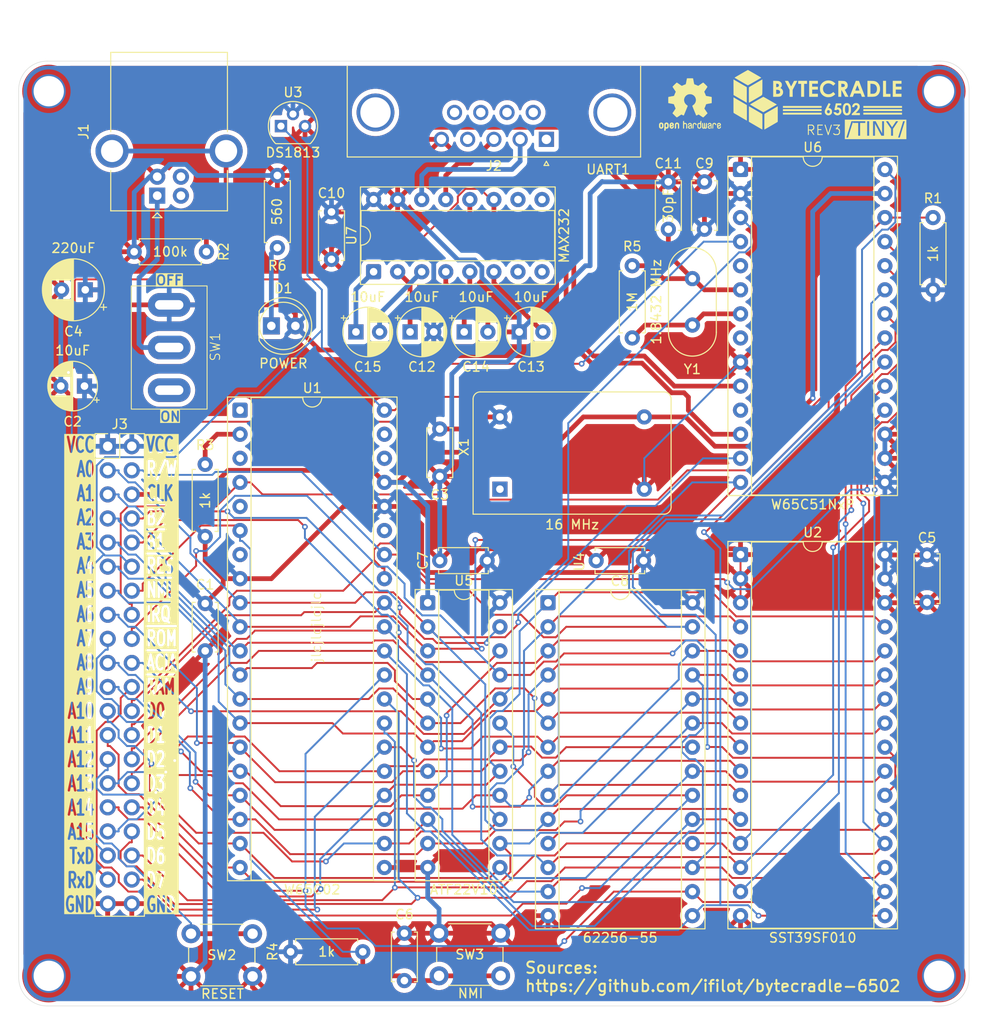
<source format=kicad_pcb>
(kicad_pcb (version 20241229) (generator "pcbnew") (generator_version "9.0")
  (title_block (title "ByteCradle 6502 TINY") (date "2025-05-10") (rev "3"))
  (layers (0 "F.Cu" signal) (2 "B.Cu" signal) (13 "F.Paste" user) (15 "B.Paste" user) (5 "F.SilkS" user "F.Silkscreen") (7 "B.SilkS" user "B.Silkscreen") (1 "F.Mask" user) (3 "B.Mask" user) (25 "Edge.Cuts" user))
  (net 0 "")
  (net 1 "GND")
  (net 2 "VCC")
  (net 3 "Net-(D1-K)")
  (net 4 "Net-(U6-XTAL1)")
  (net 5 "RxD1")
  (net 6 "TxD1")
  (net 7 "~{RES}")
  (net 8 "~{NMI}")
  (net 9 "Net-(U7-VS+)")
  (net 10 "Net-(U7-VS-)")
  (net 11 "Net-(U7-C2+)")
  (net 12 "Net-(U7-C2-)")
  (net 13 "D2")
  (net 14 "D1")
  (net 15 "A5")
  (net 16 "A12")
  (net 17 "D7")
  (net 18 "A15")
  (net 19 "A0")
  (net 20 "D6")
  (net 21 "A2")
  (net 22 "A4")
  (net 23 "A13")
  (net 24 "A1")
  (net 25 "A11")
  (net 26 "CLK")
  (net 27 "D0")
  (net 28 "A8")
  (net 29 "A14")
  (net 30 "D3")
  (net 31 "A7")
  (net 32 "D5")
  (net 33 "A6")
  (net 34 "A10")
  (net 35 "A3")
  (net 36 "R{slash}~{W}")
  (net 37 "D4")
  (net 38 "A9")
  (net 40 "Net-(U7-C1+)")
  (net 41 "Net-(U7-C1-)")
  (net 43 "Net-(J1-Shield)")
  (net 45 "VIN")
  (net 49 "Net-(U7-T1OUT)")
  (net 55 "Net-(U7-R1IN)")
  (net 56 "Net-(U1-RDY)")
  (net 57 "Net-(U6-XTAL2)")
  (net 60 "~{IRQ}")
  (net 61 "~{ROMCS}")
  (net 62 "~{RAMCS}")
  (net 63 "~{ACIACS}")
  (net 69 "B1")
  (net 70 "B2")
  (footprint "Resistor_THT:R_Axial_DIN0207_L6.3mm_D2.5mm_P7.62mm_Horizontal" (layer "F.Cu") (at 114.3 72.39 -90)
    (property "Reference" "R5")
    (property "Value" "1M")
  )
  (footprint "Symbol:OSHW-Logo2_7.3x6mm_SilkScreen" (layer "F.Cu") (at 120.396 55.372)
    (property "Reference" "G002" (hide yes))
    (property "Value" "OSHW-Logo2_7.3x6mm_SilkScreen" (hide yes))
  )
  (footprint "Capacitor_THT:CP_Radial_D5.0mm_P2.50mm" (layer "F.Cu") (at 56.475 85.09 180)
    (property "Reference" "C2")
    (property "Value" "10uF")
  )
  (footprint "Resistor_THT:R_Axial_DIN0207_L6.3mm_D2.5mm_P7.62mm_Horizontal" (layer "F.Cu") (at 61.722 70.915)
    (property "Reference" "R2")
    (property "Value" "100k")
  )
  (footprint "Capacitor_THT:CP_Radial_D5.0mm_P2.50mm" (layer "F.Cu") (at 85.13 79.375)
    (property "Reference" "C15")
    (property "Value" "10uF")
  )
  (footprint "Package_DIP:DIP-16_W7.62mm_Socket" (layer "F.Cu") (at 86.995 73.025 90)
    (property "Reference" "U7")
    (property "Value" "MAX232")
  )
  (footprint "Button_Switch_THT:SW_PUSH_6mm" (layer "F.Cu") (at 74.22 147.375 180)
    (property "Reference" "SW2")
    (property "Value" "RESET")
  )
  (footprint "Package_DIP:DIP-32_W15.24mm_Socket" (layer "F.Cu") (at 125.73 102.87)
    (property "Reference" "U2")
    (property "Value" "SST39SF010")
  )
  (footprint "Resistor_THT:R_Axial_DIN0207_L6.3mm_D2.5mm_P7.62mm_Horizontal" (layer "F.Cu") (at 85.852 144.78 180)
    (property "Reference" "R4")
    (property "Value" "1k")
  )
  (footprint "Connector_PinHeader_2.54mm:PinHeader_2x20_P2.54mm_Vertical" (layer "F.Cu") (at 58.928 91.44)
    (property "Reference" "J3")
    (property "Value" "SYSTEM BUS")
  )
  (footprint "Capacitor_THT:CP_Radial_D6.3mm_P2.50mm" (layer "F.Cu") (at 56.555 74.93 180)
    (property "Reference" "C4")
    (property "Value" "220uF")
  )
  (footprint "Capacitor_THT:C_Disc_D5.0mm_W2.5mm_P5.00mm" (layer "F.Cu") (at 115.49 103.505 180)
    (property "Reference" "C8")
    (property "Value" "100nF")
  )
  (footprint "Package_DIP:DIP-24_W7.62mm_Socket" (layer "F.Cu") (at 92.71 107.95)
    (property "Reference" "U5")
    (property "Value" "ATF22V10")
  )
  (footprint "Button_Switch_THT:SW_PUSH_6mm" (layer "F.Cu") (at 93.905 142.82)
    (property "Reference" "SW3")
    (property "Value" "NMI")
  )
  (footprint "Capacitor_THT:CP_Radial_D5.0mm_P2.50mm" (layer "F.Cu") (at 96.56 79.375)
    (property "Reference" "C14")
    (property "Value" "10uF")
  )
  (footprint "Package_TO_SOT_THT:TO-92" (layer "F.Cu") (at 77.216 57.658)
    (property "Reference" "U3")
    (property "Value" "DS1813")
  )
  (footprint "Capacitor_THT:C_Disc_D5.0mm_W2.5mm_P5.00mm" (layer "F.Cu") (at 90.245 147.82 90)
    (property "Reference" "C6")
    (property "Value" "100nF")
  )
  (footprint "Capacitor_THT:C_Disc_D5.0mm_W2.5mm_P5.00mm" (layer "F.Cu") (at 82.55 66.715 -90)
    (property "Reference" "C10")
    (property "Value" "100nF")
  )
  (footprint "LED_THT:LED_D5.0mm" (layer "F.Cu") (at 76.2 78.74)
    (property "Reference" "D1")
    (property "Value" "POWER")
  )
  (footprint "MountingHole:MountingHole_3.2mm_M3_DIN965_Pad_TopOnly" (layer "F.Cu") (at 146.685 147.32)
    (property "Reference" "H4")
    (property "Value" "MountingHole")
  )
  (footprint "Resistor_THT:R_Axial_DIN0207_L6.3mm_D2.5mm_P7.62mm_Horizontal" (layer "F.Cu") (at 76.835 62.865 -90)
    (property "Reference" "R6")
    (property "Value" "560")
  )
  (footprint "Connector_Dsub:DSUB-9_Pins_Horizontal_P2.77x2.84mm_EdgePinOffset4.94mm_Housed_MountingHolesOffset4.94mm" (layer "F.Cu") (at 105.235 59.055 180)
    (property "Reference" "J2")
    (property "Value" "UART1")
  )
  (footprint "MountingHole:MountingHole_3.2mm_M3_DIN965_Pad_TopOnly" (layer "F.Cu") (at 52.705 53.975)
    (property "Reference" "H1")
    (property "Value" "MountingHole")
  )
  (footprint "Capacitor_THT:CP_Radial_D5.0mm_P2.50mm" (layer "F.Cu") (at 90.845 79.375)
    (property "Reference" "C12")
    (property "Value" "10uF")
  )
  (footprint "Package_DIP:DIP-28_W15.24mm_Socket" (layer "F.Cu") (at 105.41 107.95)
    (property "Reference" "U4")
    (property "Value" "62256-55")
  )
  (footprint "components:power_switch" (layer "F.Cu") (at 65.417 81.02 -90)
    (property "Reference" "SW1")
    (property "Value" "SW_SPDT")
  )
  (footprint "Package_DIP:DIP-40_W15.24mm_Socket" (layer "F.Cu") (at 72.898 87.63)
    (property "Reference" "U1")
    (property "Value" "W65C02")
  )
  (footprint "MountingHole:MountingHole_3.2mm_M3_DIN965_Pad_TopOnly" (layer "F.Cu") (at 146.685 53.975)
    (property "Reference" "H3")
    (property "Value" "MountingHole")
  )
  (footprint "Oscillator:Oscillator_DIP-14" (layer "F.Cu") (at 100.33 95.965)
    (property "Reference" "X1")
    (property "Value" "16 MHz")
  )
  (footprint "MountingHole:MountingHole_3.2mm_M3_DIN965_Pad_TopOnly" (layer "F.Cu") (at 52.705 147.32)
    (property "Reference" "H2")
    (property "Value" "MountingHole")
  )
  (footprint "Capacitor_THT:C_Disc_D5.0mm_W2.5mm_P5.00mm" (layer "F.Cu") (at 93.98 89.615 -90)
    (property "Reference" "C3")
    (property "Value" "100nF")
  )
  (footprint "Crystal:Crystal_HC50_Vertical" (layer "F.Cu") (at 120.65 78.65 90)
    (property "Reference" "Y1")
    (property "Value" "1.8432 MHz")
  )
  (footprint "Capacitor_THT:C_Disc_D5.0mm_W2.5mm_P5.00mm" (layer "F.Cu") (at 118.11 63.54 -90)
    (property "Reference" "C11")
    (property "Value" "30pF")
  )
  (footprint "components:bytecradle-logo" (layer "F.Cu") (at 133.876 54.788)
    (property "Reference" "G***")
    (property "Value" "LOGO" (hide yes))
  )
  (footprint "Capacitor_THT:C_Disc_D5.0mm_W2.5mm_P5.00mm" (layer "F.Cu") (at 69.215 108.03 -90)
    (property "Reference" "C1")
    (property "Value" "100nF")
  )
  (footprint "Resistor_THT:R_Axial_DIN0207_L6.3mm_D2.5mm_P7.62mm_Horizontal" (layer "F.Cu") (at 69.215 100.965 90)
    (property "Reference" "R3")
    (property "Value" "1k")
  )
  (footprint "Connector_USB:USB_B_OST_USB-B1HSxx_Horizontal" (layer "F.Cu") (at 64.155 64.9975 90)
    (property "Reference" "J1")
    (property "Value" "USB_B")
  )
  (footprint "Capacitor_THT:CP_Radial_D5.0mm_P2.50mm" (layer "F.Cu") (at 102.364774 79.375)
    (property "Reference" "C13")
    (property "Value" "10uF")
  )
  (footprint "Capacitor_THT:C_Disc_D5.0mm_W2.5mm_P5.00mm" (layer "F.Cu") (at 145.415 102.91 -90)
    (property "Reference" "C5")
    (property "Value" "100nF")
  )
  (footprint "Package_DIP:DIP-28_W15.24mm_Socket" (layer "F.Cu") (at 125.73 62.23)
    (property "Reference" "U6")
    (property "Value" "W65C51NxP")
  )
  (footprint "Resistor_THT:R_Axial_DIN0207_L6.3mm_D2.5mm_P7.62mm_Horizontal" (layer "F.Cu") (at 146.05 67.31 -90)
    (property "Reference" "R1")
    (property "Value" "1k")
  )
  (footprint "Capacitor_THT:C_Disc_D5.0mm_W2.5mm_P5.00mm" (layer "F.Cu") (at 98.98 103.505 180)
    (property "Reference" "C7")
    (property "Value" "100nF")
  )
  (footprint "Capacitor_THT:C_Disc_D5.0mm_W2.5mm_P5.00mm" (layer "F.Cu") (at 121.92 68.54 90)
    (property "Reference" "C9")
    (property "Value" "100nF")
  )
  (gr_arc (start 149.86 147.495) (mid 148.98132 149.61632) (end 146.86 150.495) (stroke (width 0.05)) (layer "Edge.Cuts"))
  (gr_line (start 149.86 53.8) (end 149.86 147.495) (stroke (width 0.05)) (layer "Edge.Cuts"))
  (gr_arc (start 49.53 53.8) (mid 50.40868 51.67868) (end 52.53 50.8) (stroke (width 0.05)) (layer "Edge.Cuts"))
  (gr_line (start 52.53 50.8) (end 146.86 50.8) (stroke (width 0.05)) (layer "Edge.Cuts"))
  (gr_line (start 49.53 147.495) (end 49.53 53.8) (stroke (width 0.05)) (layer "Edge.Cuts"))
  (gr_line (start 146.86 150.495) (end 52.53 150.495) (stroke (width 0.05)) (layer "Edge.Cuts"))
  (gr_arc (start 146.86 50.8) (mid 148.98132 51.67868) (end 149.86 53.8) (stroke (width 0.05)) (layer "Edge.Cuts"))
  (gr_arc (start 52.53 150.495) (mid 50.40868 149.61632) (end 49.53 147.495) (stroke (width 0.05)) (layer "Edge.Cuts"))
  (gr_text "jlcjlcjlcjlc" (at 81.534 114.3 90) (layer "F.SilkS") (effects (font (size 1 1) (thickness 0.1)) (justify left bottom)))
  (gr_text "OFF" (at 65.417 74.52 0) (layer "F.SilkS" knockout) (effects (font (size 1 1) (thickness 0.2) (bold yes)) (justify bottom)))
  (gr_text "VCC\nR/~{W}\nCLK\n~{B2}\n~{B1}\n~{RES}\n~{NMI}\n~{IRQ}\n~{ROM}\n~{ACIA}\n~{RAM}\nD0\nD1\nD2\nD3\nD4\nD5\nD6\nD7\nGND" (at 62.865 140.716 0) (layer "F.SilkS" knockout) (effects (font (size 1.585 1) (thickness 0.25) (bold yes)) (justify left bottom)))
  (gr_text "REV3" (at 132.588 58.674 0) (layer "F.SilkS") (effects (font (size 1 1) (thickness 0.1)) (justify left bottom)))
  (gr_text "VCC\nA0\nA1\nA2\nA3\nA4\nA5\nA6\nA7\nA8\nA9\nA10\nA11\nA12\nA13\nA14\nA15\nTxD\nRxD\nGND" (at 57.658 140.716 0) (layer "F.SilkS" knockout) (effects (font (size 1.585 1) (thickness 0.25) (bold yes)) (justify right bottom)))
  (gr_text "ON" (at 65.532 88.9 0) (layer "F.SilkS" knockout) (effects (font (size 1 1) (thickness 0.2) (bold yes)) (justify bottom)))
  (gr_text "Sources:\nhttps://github.com/ifilot/bytecradle-6502" (at 102.87 149.098 0) (layer "F.SilkS") (effects (font (size 1.2 1.2) (thickness 0.2) (bold yes)) (justify left bottom)))
  (gr_text "/TINY/" (at 136.906 58.928 0) (layer "F.SilkS" knockout) (effects (font (size 1.5 1.5) (thickness 0.1)) (justify left bottom)))
  (segment (start 125.73 144.145) (end 125.73 140.97) (width 0.5) (layer "F.Cu") (net 1))
  (segment (start 77.47 53.34) (end 116.84 53.34) (width 0.5) (layer "F.Cu") (net 1))
  (segment (start 53.975 60.325) (end 60.96 53.34) (width 0.5) (layer "F.Cu") (net 1))
  (segment (start 116.84 53.34) (end 118.11 54.61) (width 0.5) (layer "F.Cu") (net 1))
  (segment (start 76.835 62.865) (end 76.835 66.04) (width 0.5) (layer "F.Cu") (net 1))
  (segment (start 92.71 59.055) (end 89.535 62.23) (width 0.5) (layer "F.Cu") (net 1))
  (segment (start 125.73 105.41) (end 125.73 102.87) (width 0.2) (layer "F.Cu") (net 1))
  (segment (start 88.138 135.89) (end 92.71 135.89) (width 0.5) (layer "F.Cu") (net 1))
  (segment (start 114.935 93.345) (end 115.57 93.98) (width 0.5) (layer "F.Cu") (net 1))
  (segment (start 58.928 144.653) (end 58.928 139.7) (width 0.5) (layer "F.Cu") (net 1))
  (segment (start 67.72 149) (end 67.72 147.375) (width 0.5) (layer "F.Cu") (net 1))
  (segment (start 63.98 147.955) (end 62.23 147.955) (width 0.5) (layer "F.Cu") (net 1))
  (segment (start 62.23 147.955) (end 58.928 144.653) (width 0.5) (layer "F.Cu") (net 1))
  (segment (start 95.231 102.254) (end 109.239 102.254) (width 0.5) (layer "F.Cu") (net 1))
  (segment (start 110.49 103.505) (end 111.741 102.254) (width 0.5) (layer "F.Cu") (net 1))
  (segment (start 54.055 74.93) (end 54.055 71.675) (width 0.5) (layer "F.Cu") (net 1))
  (segment (start 148.59 140.335) (end 143.51 145.415) (width 0.5) (layer "F.Cu") (net 1))
  (segment (start 140.97 107.95) (end 145.375 107.95) (width 0.5) (layer "F.Cu") (net 1))
  (segment (start 147.32 92.71) (end 140.97 92.71) (width 0.5) (layer "F.Cu") (net 1))
  (segment (start 148.59 88.265) (end 146.685 90.17) (width 0.5) (layer "F.Cu") (net 1))
  (segment (start 127 145.415) (end 125.73 144.145) (width 0.5) (layer "F.Cu") (net 1))
  (segment (start 123.19 62.27) (end 123.19 62.23) (width 0.5) (layer "F.Cu") (net 1))
  (segment (start 50.8 64.77) (end 53.975 61.595) (width 0.5) (layer "F.Cu") (net 1))
  (segment (start 111.741 102.254) (end 125.114 102.254) (width 0.5) (layer "F.Cu") (net 1))
  (segment (start 67.72 147.375) (end 64.56 147.375) (width 0.5) (layer "F.Cu") (net 1))
  (segment (start 147.36 107.91) (end 145.415 107.91) (width 0.5) (layer "F.Cu") (net 1))
  (segment (start 53.975 61.595) (end 53.975 60.325) (width 0.5) (layer "F.Cu") (net 1))
  (segment (start 83.82 69.215) (end 82.55 70.485) (width 0.5) (layer "F.Cu") (net 1))
  (segment (start 148.59 88.265) (end 148.59 91.44) (width 0.5) (layer "F.Cu") (net 1))
  (segment (start 52.07 136.525) (end 52.07 85.725) (width 0.5) (layer "F.Cu") (net 1))
  (segment (start 79.756 61.722) (end 79.756 57.658) (width 0.5) (layer "F.Cu") (net 1))
  (segment (start 93.98 103.505) (end 95.231 102.254) (width 0.5) (layer "F.Cu") (net 1))
  (segment (start 82.55 70.485) (end 82.55 71.715) (width 0.5) (layer "F.Cu") (net 1))
  (segment (start 64.56 147.375) (end 63.98 147.955) (width 0.5) (layer "F.Cu") (net 1))
  (segment (start 127 145.415) (end 106.68 145.415) (width 0.5) (layer "F.Cu") (net 1))
  (segment (start 93.905 142.82) (end 90.245 142.82) (width 0.5) (layer "F.Cu") (net 1))
  (segment (start 125.73 107.95) (end 125.73 105.41) (width 0.2) (layer "F.Cu") (net 1))
  (segment (start 76.835 62.865) (end 78.613 62.865) (width 0.5) (layer "F.Cu") (net 1))
  (segment (start 115.57 93.98) (end 115.57 95.965) (width 0.5) (layer "F.Cu") (net 1))
  (segment (start 100.405 142.82) (end 93.905 142.82) (width 0.5) (layer "F.Cu") (net 1))
  (segment (start 79.415 68.58) (end 82.55 71.715) (width 0.5) (layer "F.Cu") (net 1))
  (segment (start 54.055 71.675) (end 54.815 70.915) (width 0.5) (layer "F.Cu") (net 1))
  (segment (start 105.41 140.97) (end 102.255 140.97) (width 0.5) (layer "F.Cu") (net 1))
  (segment (start 143.51 145.415) (end 127 145.415) (width 0.5) (layer "F.Cu") (net 1))
  (segment (start 146.685 90.17) (end 140.97 90.17) (width 0.5) (layer "F.Cu") (net 1))
  (segment (start 89.535 65.405) (end 89.535 66.675) (width 0.5) (layer "F.Cu") (net 1))
  (segment (start 75.438 55.372) (end 77.47 53.34) (width 0.5) (layer "F.Cu") (net 1))
  (segment (start 118.11 63.54) (end 121.92 63.54) (width 0.5) (layer "F.Cu") (net 1))
  (segment (start 74.22 148.515) (end 74.22 147.375) (width 0.5) (layer "F.Cu") (net 1))
  (segment (start 75.449 149.744) (end 74.22 148.515) (width 0.5) (layer "F.Cu") (net 1))
  (segment (start 106.045 145.415) (end 105.41 144.78) (width 0.5) (layer "F.Cu") (net 1))
  (segment (start 89.535 66.675) (end 86.995 69.215) (width 0.5) (layer "F.Cu") (net 1))
  (segment (start 52.705 138.557) (end 52.705 137.16) (width 0.5) (layer "F.Cu") (net 1))
  (segment (start 139.7 53.34) (end 148.59 62.23) (width 0.5) (layer "F.Cu") (net 1))
  (segment (start 93.98 94.615) (end 95.25 94.615) (width 0.5) (layer "F.Cu") (net 1))
  (segment (start 52.705 137.16) (end 52.07 136.525) (width 0.5) (layer "F.Cu") (net 1))
  (segment (start 94.155 59.055) (end 92.71 59.055) (width 0.5) (layer "F.Cu") (net 1))
  (segment (start 145.375 107.95) (end 145.415 107.91) (width 0.5) (layer "F.Cu") (net 1))
  (segment (start 102.255 140.97) (end 100.405 142.82) (width 0.5) (layer "F.Cu") (net 1))
  (segment (start 76.835 66.04) (end 79.375 68.58) (width 0.5) (layer "F.Cu") (net 1))
  (segment (start 106.68 145.415) (end 102.351 149.744) (width 0.5) (layer "F.Cu") (net 1))
  (segment (start 148.59 106.68) (end 147.36 107.91) (width 0.5) (layer "F.Cu") (net 1))
  (segment (start 52.07 85.725) (end 52.07 84.455) (width 0.5) (layer "F.Cu") (net 1))
  (segment (start 148.59 62.23) (end 148.59 88.265) (width 0.5) (layer "F.Cu") (net 1))
  (segment (start 148.59 91.44) (end 147.32 92.71) (width 0.5) (layer "F.Cu") (net 1))
  (segment (start 76.835 62.865) (end 75.438 61.468) (width 0.5) (layer "F.Cu") (net 1))
  (segment (start 95.25 94.615) (end 96.52 93.345) (width 0.5) (layer "F.Cu") (net 1))
  (segment (start 86.995 69.215) (end 83.82 69.215) (width 0.5) (layer "F.Cu") (net 1))
  (segment (start 125.114 102.254) (end 125.73 102.87) (width 0.5) (layer "F.Cu") (net 1))
  (segment (start 123.19 62.23) (end 125.73 62.23) (width 0.5) (layer "F.Cu") (net 1))
  (segment (start 53.848 139.7) (end 52.705 138.557) (width 0.5) (layer "F.Cu") (net 1))
  (segment (start 121.92 63.54) (end 123.19 62.27) (width 0.5) (layer "F.Cu") (net 1))
  (segment (start 52.07 85.725) (end 52.705 85.09) (width 0.5) (layer "F.Cu") (net 1))
  (segment (start 118.11 54.61) (end 118.11 63.54) (width 0.5) (layer "F.Cu") (net 1))
  (segment (start 54.815 70.915) (end 61.722 70.915) (width 0.5) (layer "F.Cu") (net 1))
  (segment (start 105.41 144.78) (end 105.41 140.97) (width 0.5) (layer "F.Cu") (net 1))
  (segment (start 58.928 139.7) (end 61.468 139.7) (width 0.2) (layer "F.Cu") (net 1))
  (segment (start 102.351 149.744) (end 75.449 149.744) (width 0.5) (layer "F.Cu") (net 1))
  (segment (start 58.928 139.7) (end 53.848 139.7) (width 0.5) (layer "F.Cu") (net 1))
  (segment (start 96.52 93.345) (end 114.935 93.345) (width 0.5) (layer "F.Cu") (net 1))
  (segment (start 89.535 62.23) (end 89.535 65.405) (width 0.5) (layer "F.Cu") (net 1))
  (segment (start 68.464 149.744) (end 67.72 149) (width 0.5) (layer "F.Cu") (net 1))
  (segment (start 52.705 85.09) (end 53.975 85.09) (width 0.5) (layer "F.Cu") (net 1))
  (segment (start 50.8 83.185) (end 50.8 64.77) (width 0.5) (layer "F.Cu") (net 1))
  (segment (start 79.375 68.58) (end 79.415 68.58) (width 0.5) (layer "F.Cu") (net 1))
  (segment (start 109.239 102.254) (end 110.49 103.505) (width 0.5) (layer "F.Cu") (net 1))
  (segment (start 116.84 53.34) (end 139.7 53.34) (width 0.5) (layer "F.Cu") (net 1))
  (segment (start 148.59 106.68) (end 148.59 140.335) (width 0.5) (layer "F.Cu") (net 1))
  (segment (start 60.96 53.34) (end 77.47 53.34) (width 0.5) (layer "F.Cu") (net 1))
  (segment (start 52.07 84.455) (end 50.8 83.185) (width 0.5) (layer "F.Cu") (net 1))
  (segment (start 106.68 145.415) (end 106.045 145.415) (width 0.5) (layer "F.Cu") (net 1))
  (segment (start 78.613 62.865) (end 79.756 61.722) (width 0.5) (layer "F.Cu") (net 1))
  (segment (start 75.449 149.744) (end 68.464 149.744) (width 0.5) (layer "F.Cu") (net 1))
  (segment (start 75.438 61.468) (end 75.438 55.372) (width 0.5) (layer "F.Cu") (net 1))
  (segment (start 148.59 91.44) (end 148.59 106.68) (width 0.5) (layer "F.Cu") (net 1))
  (segment (start 109.855 72.39) (end 109.349774 72.39) (width 0.5) (layer "B.Cu") (net 1))
  (segment (start 89.535 65.405) (end 95.904 71.774) (width 0.5) (layer "B.Cu") (net 1))
  (segment (start 67.1939 61.6965) (end 65.456 61.6965) (width 0.5) (layer "B.Cu") (net 1))
  (segment (start 92.71 135.89) (end 92.71 139.065) (width 0.5) (layer "B.Cu") (net 1))
  (segment (start 93.98 103.505) (end 93.98 94.615) (width 0.5) (layer "B.Cu") (net 1))
  (segment (start 102.364774 77.599774) (end 102.364774 79.375) (width 0.5) (layer "B.Cu") (net 1))
  (segment (start 115.57 95.965) (end 115.57 92.71) (width 0.2) (layer "B.Cu") (net 1))
  (segment (start 68.3624 62.865) (end 67.1939 61.6965) (width 0.5) (layer "B.Cu") (net 1))
  (segment (start 53.975 85.09) (end 53.975 75.01) (width 0.5) (layer "B.Cu") (net 1))
  (segment (start 63.3675 62.9975) (end 61.722 64.643) (width 0.5) (layer "B.Cu") (net 1))
  (segment (start 95.25 83.82) (end 96.52 82.55) (width 0.5) (layer "B.Cu") (net 1))
  (segment (start 102.364774 79.375) (end 102.364774 81.277226) (width 0.5) (layer "B.Cu") (net 1))
  (segment (start 76.835 62.865) (end 68.3624 62.865) (width 0.5) (layer "B.Cu") (net 1))
  (segment (start 140.97 92.71) (end 140.97 90.17) (width 0.5) (layer "B.Cu") (net 1))
  (segment (start 65.456 61.6965) (end 64.155 62.9975) (width 0.5) (layer "B.Cu") (net 1))
  (segment (start 92.71 139.065) (end 93.905 140.26) (width 0.5) (layer "B.Cu") (net 1))
  (segment (start 98.425 73.66) (end 102.364774 77.599774) (width 0.5) (layer "B.Cu") (net 1))
  (segment (start 69.215 113.03) (end 69.215 145.88) (width 0.5) (layer "B.Cu") (net 1))
  (segment (start 98.425 72.5258) (end 98.425 73.66) (width 0.5) (layer "B.Cu") (net 1))
  (segment (start 61.722 64.643) (end 61.722 70.915) (width 0.5) (layer "B.Cu") (net 1))
  (segment (start 96.52 82.55) (end 101.092 82.55) (width 0.5) (layer "B.Cu") (net 1))
  (segment (start 109.349774 72.39) (end 102.364774 79.375) (width 0.5) (layer "B.Cu") (net 1))
  (segment (start 95.25 93.345) (end 95.25 83.82) (width 0.5) (layer "B.Cu") (net 1))
  (segment (start 95.904 71.774) (end 97.6732 71.774) (width 0.5) (layer "B.Cu") (net 1))
  (segment (start 111.125 63.5) (end 111.165 63.54) (width 0.5) (layer "B.Cu") (net 1))
  (segment (start 111.165 63.54) (end 118.11 63.54) (width 0.5) (layer "B.Cu") (net 1))
  (segment (start 69.215 145.88) (end 67.72 147.375) (width 0.5) (layer "B.Cu") (net 1))
  (segment (start 53.975 75.01) (end 54.055 74.93) (width 0.5) (layer "B.Cu") (net 1))
  (segment (start 109.855 64.77) (end 111.125 63.5) (width 0.5) (layer "B.Cu") (net 1))
  (segment (start 64.155 62.9975) (end 63.3675 62.9975) (width 0.5) (layer "B.Cu") (net 1))
  (segment (start 115.57 92.71) (end 125.73 82.55) (width 0.2) (layer "B.Cu") (net 1))
  (segment (start 102.364774 81.277226) (end 101.092 82.55) (width 0.5) (layer "B.Cu") (net 1))
  (segment (start 109.855 72.39) (end 109.855 64.77) (width 0.5) (layer "B.Cu") (net 1))
  (segment (start 93.905 140.26) (end 93.905 142.82) (width 0.5) (layer "B.Cu") (net 1))
  (segment (start 93.98 94.615) (end 95.25 93.345) (width 0.5) (layer "B.Cu") (net 1))
  (segment (start 97.6732 71.774) (end 98.425 72.5258) (width 0.5) (layer "B.Cu") (net 1))
  (segment (start 118.785 65.405) (end 114.935 65.405) (width 0.5) (layer "F.Cu") (net 2))
  (segment (start 92.075 104.14) (end 92.075 99.695) (width 0.5) (layer "F.Cu") (net 2))
  (segment (start 96.44 89.615) (end 97.71 88.345) (width 0.5) (layer "F.Cu") (net 2))
  (segment (start 77.79 76.52) (end 78.74 77.47) (width 0.5) (layer "F.Cu") (net 2))
  (segment (start 93.98 89.615) (end 96.44 89.615) (width 0.5) (layer "F.Cu") (net 2))
  (segment (start 71.12 105.41) (end 72.898 105.41) (width 0.5) (layer "F.Cu") (net 2))
  (segment (start 88.138 97.79) (end 83.82 97.79) (width 0.5) (layer "F.Cu") (net 2))
  (segment (start 121.92 68.54) (end 121.92 66.675) (width 0.5) (layer "F.Cu") (net 2))
  (segment (start 92.075 99.695) (end 90.17 97.79) (width 0.5) (layer "F.Cu") (net 2))
  (segment (start 56.555 74.93) (end 59.055 74.93) (width 0.5) (layer "F.Cu") (net 2))
  (segment (start 59.055 74.93) (end 60.645 76.52) (width 0.5) (layer "F.Cu") (net 2))
  (segment (start 69.215 108.03) (end 71.12 106.125) (width 0.5) (layer "F.Cu") (net 2))
  (segment (start 82.55 66.715) (end 85.685 66.715) (width 0.5) (layer "F.Cu") (net 2))
  (segment (start 91.48 57.785) (end 82.55 66.715) (width 0.5) (layer "F.Cu") (net 2))
  (segment (start 81.28 81.28) (end 92.71 81.28) (width 0.5) (layer "F.Cu") (net 2))
  (segment (start 65.417 76.52) (end 77.79 76.52) (width 0.5) (layer "F.Cu") (net 2))
  (segment (start 100.231 104.756) (end 114.239 104.756) (width 0.5) (layer "F.Cu") (net 2))
  (segment (start 141.01 102.91) (end 140.97 102.87) (width 0.5) (layer "F.Cu") (net 2))
  (segment (start 114.239 104.756) (end 115.49 103.505) (width 0.5) (layer "F.Cu") (net 2))
  (segment (start 71.12 106.125) (end 71.12 105.41) (width 0.5) (layer "F.Cu") (net 2))
  (segment (start 92.691 104.756) (end 92.075 104.14) (width 0.5) (layer "F.Cu") (net 2))
  (segment (start 78.74 77.47) (end 78.74 78.74) (width 0.5) (layer "F.Cu") (net 2))
  (segment (start 98.98 103.505) (end 97.729 104.756) (width 0.5) (layer "F.Cu") (net 2))
  (segment (start 76.2 105.41) (end 72.898 105.41) (width 0.5) (layer "F.Cu") (net 2))
  (segment (start 69.215 103.505) (end 71.12 105.41) (width 0.5) (layer "F.Cu") (net 2))
  (segment (start 93.345 80.645) (end 93.345 79.375) (width 0.5) (layer "F.Cu") (net 2))
  (segment (start 98.98 103.505) (end 100.231 104.756) (width 0.5) (layer "F.Cu") (net 2))
  (segment (start 85.685 66.715) (end 86.995 65.405) (width 0.5) (layer "F.Cu") (net 2))
  (segment (start 92.71 81.28) (end 93.345 80.645) (width 0.5) (layer "F.Cu") (net 2))
  (segment (start 78.74 78.74) (end 81.28 81.28) (width 0.5) (layer "F.Cu") (net 2))
  (segment (start 145.415 102.91) (end 141.01 102.91) (width 0.5) (layer "F.Cu") (net 2))
  (segment (start 123.825 64.77) (end 125.73 64.77) (width 0.5) (layer "F.Cu") (net 2))
  (segment (start 114.935 65.405) (end 107.315 57.785) (width 0.5) (layer "F.Cu") (net 2))
  (segment (start 97.729 104.756) (end 92.691 104.756) (width 0.5) (layer "F.Cu") (net 2))
  (segment (start 97.71 88.345) (end 100.33 88.345) (width 0.5) (layer "F.Cu") (net 2))
  (segment (start 121.92 68.54) (end 118.785 65.405) (width 0.5) (layer "F.Cu") (net 2))
  (segment (start 90.17 97.79) (end 88.138 97.79) (width 0.5) (layer "F.Cu") (net 2))
  (segment (start 121.92 66.675) (end 123.825 64.77) (width 0.5) (layer "F.Cu") (net 2))
  (segment (start 69.215 100.965) (end 69.215 103.505) (width 0.5) (layer "F.Cu") (net 2))
  (segment (start 107.315 57.785) (end 91.48 57.785) (width 0.5) (layer "F.Cu") (net 2))
  (segment (start 60.645 76.52) (end 65.417 76.52) (width 0.5) (layer "F.Cu") (net 2))
  (segment (start 83.82 97.79) (end 76.2 105.41) (width 0.5) (layer "F.Cu") (net 2))
  (segment (start 78.665 149.15) (end 78.665 147.32) (width 0.5) (layer "B.Cu") (net 2))
  (segment (start 51.435 62.23) (end 60.325 53.34) (width 0.5) (layer "B.Cu") (net 2))
  (segment (start 140.97 95.25) (end 135.255 95.25) (width 0.5) (layer "B.Cu") (net 2))
  (segment (start 58.928 91.44) (end 61.468 91.44) (width 0.5) (layer "B.Cu") (net 2))
  (segment (start 80.01 53.34) (end 78.486 54.864) (width 0.5) (layer "B.Cu") (net 2))
  (segment (start 116.84 107.95) (end 120.65 107.95) (width 0.5) (layer "B.Cu") (net 2))
  (segment (start 82.55 55.88) (end 82.55 66.715) (width 0.5) (layer "B.Cu") (net 2))
  (segment (start 147.32 95.25) (end 140.97 95.25) (width 0.5) (layer "B.Cu") (net 2))
  (segment (start 80.01 53.34) (end 82.55 55.88) (width 0.5) (layer "B.Cu") (net 2))
  (segment (start 98.98 89.695) (end 100.33 88.345) (width 0.5) (layer "B.Cu") (net 2))
  (segment (start 93.345 88.98) (end 93.98 89.615) (width 0.5) (layer "B.Cu") (net 2))
  (segment (start 148.59 101.6) (end 147.28 102.91) (width 0.5) (layer "B.Cu") (net 2))
  (segment (start 50.8 139.7) (end 50.8 92.71) (width 0.5) (layer "B.Cu") (net 2))
  (segment (start 127 53.34) (end 128.27 54.61) (width 0.5) (layer "B.Cu") (net 2))
  (segment (start 148.59 101.6) (end 148.59 140.335) (width 0.5) (layer "B.Cu") (net 2))
  (segment (start 93.345 79.375) (end 93.345 71.755) (width 0.5) (layer "B.Cu") (net 2))
  (segment (start 148.59 93.98) (end 147.32 95.25) (width 0.5) (layer "B.Cu") (net 2))
  (segment (start 93.345 71.755) (end 86.995 65.405) (width 0.5) (layer "B.Cu") (net 2))
  (segment (start 98.98 103.505) (end 98.98 89.695) (width 0.5) (layer "B.Cu") (net 2))
  (segment (start 108.701 149.744) (end 79.259 149.744) (width 0.5) (layer "B.Cu") (net 2))
  (segment (start 50.8 92.71) (end 51.435 92.075) (width 0.5) (layer "B.Cu") (net 2))
  (segment (start 78.232 146.887) (end 78.232 144.78) (width 0.5) (layer "B.Cu") (net 2))
  (segment (start 148.59 93.98) (end 148.59 101.6) (width 0.5) (layer "B.Cu") (net 2))
  (segment (start 51.435 92.075) (end 51.435 62.23) (width 0.5) (layer "B.Cu") (net 2))
  (segment (start 60.325 53.34) (end 80.01 53.34) (width 0.5) (layer "B.Cu") (net 2))
  (segment (start 113.03 145.415) (end 108.701 149.744) (width 0.5) (layer "B.Cu") (net 2))
  (segment (start 148.59 74.295) (end 147.955 74.93) (width 0.5) (layer "B.Cu") (net 2))
  (segment (start 128.27 64.135) (end 127.635 64.77) (width 0.5) (layer "B.Cu") (net 2))
  (segment (start 118.11 99.695) (end 115.49 102.315) (width 0.5) (layer "B.Cu") (net 2))
  (segment (start 58.928 91.44) (end 58.928 87.543) (width 0.5) (layer "B.Cu") (net 2))
  (segment (start 56.555 85.01) (end 56.475 85.09) (width 0.5) (layer "B.Cu") (net 2))
  (segment (start 98.98 106.6) (end 100.33 107.95) (width 0.5) (layer "B.Cu") (net 2))
  (segment (start 140.97 102.87) (end 140.97 95.25) (width 0.5) (layer "B.Cu") (net 2))
  (segment (start 56.555 74.93) (end 56.555 85.01) (width 0.5) (layer "B.Cu") (net 2))
  (segment (start 140.97 105.41) (end 140.97 102.87) (width 0.5) (layer "B.Cu") (net 2))
  (segment (start 147.28 102.91) (end 145.415 102.91) (width 0.5) (layer "B.Cu") (net 2))
  (segment (start 127.635 64.77) (end 125.73 64.77) (width 0.5) (layer "B.Cu") (net 2))
  (segment (start 130.81 99.695) (end 118.11 99.695) (width 0.5) (layer "B.Cu") (net 2))
  (segment (start 148.59 74.295) (end 148.59 93.98) (width 0.5) (layer "B.Cu") (net 2))
  (segment (start 115.49 103.505) (end 115.49 106.6) (width 0.5) (layer "B.Cu") (net 2))
  (segment (start 57.785 148.59) (end 57.785 146.685) (width 0.5) (layer "B.Cu") (net 2))
  (segment (start 135.255 95.25) (end 130.81 99.695) (width 0.5) (layer "B.Cu") (net 2))
  (segment (start 98.98 103.505) (end 98.98 106.6) (width 0.5) (layer "B.Cu") (net 2))
  (segment (start 148.59 62.23) (end 148.59 74.295) (width 0.5) (layer "B.Cu") (net 2))
  (segment (start 93.345 79.375) (end 93.345 88.98) (width 0.5) (layer "B.Cu") (net 2))
  (segment (start 80.01 53.34) (end 127 53.34) (width 0.5) (layer "B.Cu") (net 2))
  (segment (start 78.486 54.864) (end 78.486 56.388) (width 0.5) (layer "B.Cu") (net 2))
  (segment (start 115.49 102.315) (end 115.49 103.505) (width 0.5) (layer "B.Cu") (net 2))
  (segment (start 57.785 146.685) (end 50.8 139.7) (width 0.5) (layer "B.Cu") (net 2))
  (segment (start 79.259 149.744) (end 58.939 149.744) (width 0.5) (layer "B.Cu") (net 2))
  (segment (start 128.27 54.61) (end 128.27 64.135) (width 0.5) (layer "B.Cu") (net 2))
  (segment (start 148.59 140.335) (end 143.51 145.415) (width 0.5) (layer "B.Cu") (net 2))
  (segment (start 78.665 147.32) (end 78.232 146.887) (width 0.5) (layer "B.Cu") (net 2))
  (segment (start 58.939 149.744) (end 57.785 148.59) (width 0.5) (layer "B.Cu") (net 2))
  (segment (start 127 53.34) (end 139.7 53.34) (width 0.5) (layer "B.Cu") (net 2))
  (segment (start 147.955 74.93) (end 146.05 74.93) (width 0.5) (layer "B.Cu") (net 2))
  (segment (start 58.928 87.543) (end 56.475 85.09) (width 0.5) (layer "B.Cu") (net 2))
  (segment (start 79.259 149.744) (end 78.665 149.15) (width 0.5) (layer "B.Cu") (net 2))
  (segment (start 143.51 145.415) (end 113.03 145.415) (width 0.5) (layer "B.Cu") (net 2))
  (segment (start 115.49 106.6) (end 116.84 107.95) (width 0.5) (layer "B.Cu") (net 2))
  (segment (start 139.7 53.34) (end 148.59 62.23) (width 0.5) (layer "B.Cu") (net 2))
  (segment (start 76.2 78.74) (end 76.2 71.12) (width 0.5) (layer "B.Cu") (net 3))
  (segment (start 76.2 71.12) (end 76.835 70.485) (width 0.5) (layer "B.Cu") (net 3))
  (segment (start 117.565 73.75) (end 120.65 73.75) (width 0.5) (layer "F.Cu") (net 4))
  (segment (start 116.205 72.39) (end 117.565 73.75) (width 0.5) (layer "F.Cu") (net 4))
  (segment (start 114.3 72.39) (end 116.205 72.39) (width 0.5) (layer "F.Cu") (net 4))
  (segment (start 118.11 71.21) (end 120.65 73.75) (width 0.5) (layer "F.Cu") (net 4))
  (segment (start 121.92 74.93) (end 125.73 74.93) (width 0.5) (layer "F.Cu") (net 4))
  (segment (start 118.11 68.54) (end 118.11 71.21) (width 0.5) (layer "F.Cu") (net 4))
  (segment (start 120.74 73.75) (end 121.92 74.93) (width 0.5) (layer "F.Cu") (net 4))
  (segment (start 120.65 73.75) (end 120.74 73.75) (width 0.5) (layer "F.Cu") (net 4))
  (segment (start 109.972 82.6668) (end 107.315 80.01) (width 0.5) (layer "F.Cu") (net 5))
  (segment (start 122.751 90.17) (end 120.225 87.644) (width 0.5) (layer "F.Cu") (net 5))
  (segment (start 111.3115 82.6668) (end 107.7527 86.2256) (width 0.2) (layer "F.Cu") (net 5))
  (segment (start 125.73 90.17) (end 122.751 90.17) (width 0.5) (layer "F.Cu") (net 5))
  (segment (start 111.3115 82.6668) (end 109.972 82.6668) (width 0.5) (layer "F.Cu") (net 5))
  (segment (start 120.225 87.644) (end 120.225 86.2529) (width 0.5) (layer "F.Cu") (net 5))
  (segment (start 91.0329 88.8499) (end 58.4701 88.8499) (width 0.2) (layer "F.Cu") (net 5))
  (segment (start 107.315 72.39) (end 105.41 70.485) (width 0.5) (layer "F.Cu") (net 5))
  (segment (start 118.455 85.791) (end 115.33 82.6668) (width 0.5) (layer "F.Cu") (net 5))
  (segment (start 97.155 69.215) (end 97.155 65.405) (width 0.5) (layer "F.Cu") (net 5))
  (segment (start 119.764 85.791) (end 118.455 85.791) (width 0.5) (layer "F.Cu") (net 5))
  (segment (start 120.225 86.2529) (end 119.764 85.791) (width 0.5) (layer "F.Cu") (net 5))
  (segment (start 105.41 70.485) (end 98.425 70.485) (width 0.5) (layer "F.Cu") (net 5))
  (segment (start 98.425 70.485) (end 97.155 69.215) (width 0.5) (layer "F.Cu") (net 5))
  (segment (start 115.33 82.6668) (end 111.3115 82.6668) (width 0.5) (layer "F.Cu") (net 5))
  (segment (start 107.7527 86.2256) (end 93.6572 86.2256) (width 0.2) (layer "F.Cu") (net 5))
  (segment (start 57.3608 89.9592) (end 57.3608 135.5928) (width 0.2) (layer "F.Cu") (net 5))
  (segment (start 93.6572 86.2256) (end 91.0329 88.8499) (width 0.2) (layer "F.Cu") (net 5))
  (segment (start 57.3608 135.5928) (end 58.928 137.16) (width 0.2) (layer "F.Cu") (net 5))
  (segment (start 58.4701 88.8499) (end 57.3608 89.9592) (width 0.2) (layer "F.Cu") (net 5))
  (segment (start 107.315 80.01) (end 107.315 72.39) (width 0.5) (layer "F.Cu") (net 5))
  (segment (start 125.73 85.09) (end 118.745 85.09) (width 0.5) (layer "F.Cu") (net 6))
  (segment (start 99.695 65.7218) (end 99.695 65.405) (width 0.5) (layer "F.Cu") (net 6))
  (segment (start 108.128 79.8318) (end 108.128 72.2118) (width 0.5) (layer "F.Cu") (net 6))
  (segment (start 105.7 69.784) (end 101.6 69.784) (width 0.5) (layer "F.Cu") (net 6))
  (segment (start 98.2524 64.2792) (end 96.6832 64.2792) (width 0.2) (layer "F.Cu") (net 6))
  (segment (start 108.128 72.2118) (end 105.7 69.784) (width 0.5) (layer "F.Cu") (net 6))
  (segment (start 86.7737 70.9474) (end 83.8913 73.8298) (width 0.2) (layer "F.Cu") (net 6))
  (segment (start 55.4466 82.992) (end 54.7843 83.6543) (width 0.2) (layer "F.Cu") (net 6))
  (segment (start 118.745 85.09) (end 115.57 81.915) (width 0.5) (layer "F.Cu") (net 6))
  (segment (start 115.57 81.915) (end 110.211 81.915) (width 0.5) (layer "F.Cu") (net 6))
  (segment (start 95.885 65.7125) (end 90.6501 70.9474) (width 0.2) (layer "F.Cu") (net 6))
  (segment (start 99.695 65.7218) (end 98.2524 64.2792) (width 0.2) (layer "F.Cu") (net 6))
  (segment (start 95.885 65.0774) (end 95.885 65.7125) (width 0.2) (layer "F.Cu") (net 6))
  (segment (start 96.6832 64.2792) (end 95.885 65.0774) (width 0.2) (layer "F.Cu") (net 6))
  (segment (start 110.211 81.915) (end 108.128 79.8318) (width 0.5) (layer "F.Cu") (net 6))
  (segment (start 83.8913 73.8298) (end 55.5765 73.8298) (width 0.2) (layer "F.Cu") (net 6))
  (segment (start 90.6501 70.9474) (end 86.7737 70.9474) (width 0.2) (layer "F.Cu") (net 6))
  (segment (start 101.6 69.784) (end 99.695 67.879) (width 0.5) (layer "F.Cu") (net 6))
  (segment (start 99.695 67.879) (end 99.695 65.7218) (width 0.5) (layer "F.Cu") (net 6))
  (segment (start 55.4466 73.9597) (end 55.4466 82.992) (width 0.2) (layer "F.Cu") (net 6))
  (segment (start 55.5765 73.8298) (end 55.4466 73.9597) (width 0.2) (layer "F.Cu") (net 6))
  (via (at 54.7843 83.6543) (size 0.6) (drill 0.3) (layers "F.Cu" "B.Cu") (net 6))
  (segment (start 55.1244 83.9944) (end 55.1244 130.8164) (width 0.2) (layer "B.Cu") (net 6))
  (segment (start 54.7843 83.6543) (end 55.1244 83.9944) (width 0.2) (layer "B.Cu") (net 6))
  (segment (start 55.1244 130.8164) (end 58.928 134.62) (width 0.2) (layer "B.Cu") (net 6))
  (segment (start 89.2381 87.63) (end 94.1356 82.7325) (width 0.2) (layer "F.Cu") (net 7))
  (segment (start 94.1356 82.7325) (end 108.96 82.7325) (width 0.2) (layer "F.Cu") (net 7))
  (segment (start 74.22 142.875) (end 67.72 142.875) (width 0.5) (layer "F.Cu") (net 7))
  (segment (start 88.138 87.63) (end 89.2381 87.63) (width 0.2) (layer "F.Cu") (net 7))
  (via (at 108.96 82.7325) (size 0.6) (drill 0.3) (layers "F.Cu" "B.Cu") (net 7))
  (segment (start 60.0782 134.9186) (end 60.0782 134.0818) (width 0.2) (layer "B.Cu") (net 7))
  (segment (start 66 92.5902) (end 58.6465 92.5902) (width 0.2) (layer "B.Cu") (net 7))
  (segment (start 81.534 79.1931) (end 74.8888 85.8383) (width 0.2) (layer "B.Cu") (net 7))
  (segment (start 81.534 81.026) (end 88.138 87.63) (width 0.2) (layer "B.Cu") (net 7))
  (segment (start 67.72 141.7697) (end 61.7205 135.7702) (width 0.2) (layer "B.Cu") (net 7))
  (segment (start 81.534 74.93) (end 81.534 79.1931) (width 0.2) (layer "B.Cu") (net 7))
  (segment (start 81.534 79.1931) (end 81.534 81.026) (width 0.2) (layer "B.Cu") (net 7))
  (segment (start 58.653 102.9667) (end 60.2947 102.9667) (width 0.2) (layer "B.Cu") (net 7))
  (segment (start 57.3524 104.0142) (end 58.5265 102.8401) (width 0.2) (layer "B.Cu") (net 7))
  (segment (start 60.0782 134.0818) (end 59.3464 133.35) (width 0.2) (layer "B.Cu") (net 7))
  (segment (start 58.5163 133.35) (end 57.3524 132.1861) (width 0.2) (layer "B.Cu") (net 7))
  (segment (start 60.9298 135.7702) (end 60.0782 134.9186) (width 0.2) (layer "B.Cu") (net 7))
  (segment (start 57.3524 132.1861) (end 57.3524 104.0142) (width 0.2) (layer "B.Cu") (net 7))
  (segment (start 59.3464 133.35) (end 58.5163 133.35) (width 0.2) (layer "B.Cu") (net 7))
  (segment (start 121.842 69.85) (end 125.73 69.85) (width 0.2) (layer "B.Cu") (net 7))
  (segment (start 57.7616 102.0753) (end 58.5265 102.8401) (width 0.2) (layer "B.Cu") (net 7))
  (segment (start 80.01 60.452) (end 80.01 73.406) (width 0.2) (layer "B.Cu") (net 7))
  (segment (start 72.7519 85.8383) (end 66 92.5902) (width 0.2) (layer "B.Cu") (net 7))
  (segment (start 108.96 82.7325) (end 121.842 69.85) (width 0.2) (layer "B.Cu") (net 7))
  (segment (start 80.01 73.406) (end 81.534 74.93) (width 0.2) (layer "B.Cu") (net 7))
  (segment (start 77.216 57.658) (end 80.01 60.452) (width 0.2) (layer "B.Cu") (net 7))
  (segment (start 58.5265 102.8401) (end 58.653 102.9667) (width 0.2) (layer "B.Cu") (net 7))
  (segment (start 60.2947 102.9667) (end 61.468 104.14) (width 0.2) (layer "B.Cu") (net 7))
  (segment (start 67.72 142.875) (end 67.72 141.7697) (width 0.2) (layer "B.Cu") (net 7))
  (segment (start 58.6465 92.5902) (end 57.7616 93.4751) (width 0.2) (layer "B.Cu") (net 7))
  (segment (start 57.7616 93.4751) (end 57.7616 102.0753) (width 0.2) (layer "B.Cu") (net 7))
  (segment (start 74.8888 85.8383) (end 72.7519 85.8383) (width 0.2) (layer "B.Cu") (net 7))
  (segment (start 61.7205 135.7702) (end 60.9298 135.7702) (width 0.2) (layer "B.Cu") (net 7))
  (segment (start 93.905 147.32) (end 100.405 147.32) (width 0.5) (layer "F.Cu") (net 8))
  (segment (start 90.245 147.82) (end 93.405 147.82) (width 0.5) (layer "F.Cu") (net 8))
  (segment (start 62.6181 105.9508) (end 62.6181 106.68) (width 0.2) (layer "F.Cu") (net 8))
  (segment (start 90.245 147.82) (end 89.745 147.32) (width 0.5) (layer "F.Cu") (net 8))
  (segment (start 72.3692 99.8012) (end 68.7677 99.8012) (width 0.2) (layer "F.Cu") (net 8))
  (segment (start 72.898 100.33) (end 72.3692 99.8012) (width 0.2) (layer "F.Cu") (net 8))
  (segment (start 61.468 106.68) (end 62.6181 106.68) (width 0.2) (layer "F.Cu") (net 8))
  (segment (start 93.405 147.82) (end 93.905 147.32) (width 0.5) (layer "F.Cu") (net 8))
  (segment (start 68.7677 99.8012) (end 62.6181 105.9508) (width 0.2) (layer "F.Cu") (net 8))
  (segment (start 89.745 147.32) (end 86.285 147.32) (width 0.5) (layer "F.Cu") (net 8))
  (segment (start 85.852 146.887) (end 85.852 144.78) (width 0.5) (layer "F.Cu") (net 8))
  (segment (start 86.285 147.32) (end 85.852 146.887) (width 0.5) (layer "F.Cu") (net 8))
  (segment (start 74.0193 102.324) (end 74.0193 135.054) (width 0.2) (layer "B.Cu") (net 8))
  (segment (start 72.898 101.43) (end 73.1259 101.43) (width 0.2) (layer "B.Cu") (net 8))
  (segment (start 74.0193 135.054) (end 83.7453 144.78) (width 0.2) (layer "B.Cu") (net 8))
  (segment (start 85.09 144.78) (end 85.852 144.78) (width 0.2) (layer "B.Cu") (net 8))
  (segment (start 83.7453 144.78) (end 85.09 144.78) (width 0.2) (layer "B.Cu") (net 8))
  (segment (start 73.1259 101.43) (end 74.0193 102.324) (width 0.2) (layer "B.Cu") (net 8))
  (segment (start 72.898 100.33) (end 72.898 101.43) (width 0.2) (layer "B.Cu") (net 8))
  (segment (start 90.845 79.375) (end 90.845 74.335) (width 0.5) (layer "F.Cu") (net 9))
  (segment (start 90.845 74.335) (end 89.535 73.025) (width 0.5) (layer "F.Cu") (net 9))
  (segment (start 99.695 73.025) (end 99.695 74.205226) (width 0.5) (layer "F.Cu") (net 10))
  (segment (start 99.695 74.205226) (end 104.864774 79.375) (width 0.5) (layer "F.Cu") (net 10))
  (segment (start 96.56 76.24) (end 96.56 79.375) (width 0.5) (layer "F.Cu") (net 11))
  (segment (start 94.615 73.025) (end 94.615 74.295) (width 0.5) (layer "F.Cu") (net 11))
  (segment (start 94.615 74.295) (end 96.56 76.24) (width 0.5) (layer "F.Cu") (net 11))
  (segment (start 97.155 74.93) (end 99.06 76.835) (width 0.5) (layer "F.Cu") (net 12))
  (segment (start 97.155 73.025) (end 97.155 74.93) (width 0.5) (layer "F.Cu") (net 12))
  (segment (start 99.06 76.835) (end 99.06 79.375) (width 0.5) (layer "F.Cu") (net 12))
  (segment (start 61.468 124.46) (end 61.468 123.3099) (width 0.2) (layer "F.Cu") (net 13))
  (segment (start 72.5719 111.76) (end 71.6634 112.6685) (width 0.2) (layer "F.Cu") (net 13))
  (segment (start 71.6634 112.6685) (end 71.6634 113.3528) (width 0.2) (layer "F.Cu") (net 13))
  (segment (start 87.7378 110.8902) (end 74.4715 110.8902) (width 0.2) (layer "F.Cu") (net 13))
  (segment (start 140.97 82.55) (end 137.426 86.0938) (width 0.2) (layer "F.Cu") (net 13))
  (segment (start 105.41 138.43) (end 106.68 137.16) (width 0.2) (layer "F.Cu") (net 13))
  (segment (start 74.4715 110.8902) (end 73.6017 111.76) (width 0.2) (layer "F.Cu") (net 13))
  (segment (start 71.6634 113.3528) (end 61.7063 123.3099) (width 0.2) (layer "F.Cu") (net 13))
  (segment (start 137.426 86.0938) (end 137.426 98.1772) (width 0.2) (layer "F.Cu") (net 13))
  (segment (start 124.46 137.16) (end 125.73 138.43) (width 0.2) (layer "F.Cu") (net 13))
  (segment (start 106.68 137.16) (end 124.46 137.16) (width 0.2) (layer "F.Cu") (net 13))
  (segment (start 88.138 110.49) (end 87.7378 110.8902) (width 0.2) (layer "F.Cu") (net 13))
  (segment (start 61.7063 123.3099) (end 61.468 123.3099) (width 0.2) (layer "F.Cu") (net 13))
  (segment (start 73.6017 111.76) (end 72.5719 111.76) (width 0.2) (layer "F.Cu") (net 13))
  (via (at 137.426 98.1772) (size 0.6) (drill 0.3) (layers "F.Cu" "B.Cu") (net 13))
  (segment (start 125.73 138.43) (end 136.107 128.053) (width 0.2) (layer "B.Cu") (net 13))
  (segment (start 101.296 138.43) (end 95.3018 132.436) (width 0.2) (layer "B.Cu") (net 13))
  (segment (start 105.41 138.43) (end 101.296 138.43) (width 0.2) (layer "B.Cu") (net 13))
  (segment (start 89.5778 113.994) (end 89.5778 111.93) (width 0.2) (layer "B.Cu") (net 13))
  (segment (start 89.5778 111.93) (end 88.138 110.49) (width 0.2) (layer "B.Cu") (net 13))
  (segment (start 136.107 99.4967) (end 137.426 98.1772) (width 0.2) (layer "B.Cu") (net 13))
  (segment (start 92.837 116.67) (end 92.2544 116.67) (width 0.2) (layer "B.Cu") (net 13))
  (segment (start 92.2544 116.67) (end 89.5778 113.994) (width 0.2) (layer "B.Cu") (net 13))
  (segment (start 136.107 128.053) (end 136.107 99.4967) (width 0.2) (layer "B.Cu") (net 13))
  (segment (start 95.3018 132.436) (end 95.3018 119.135) (width 0.2) (layer "B.Cu") (net 13))
  (segment (start 95.3018 119.135) (end 92.837 116.67) (width 0.2) (layer "B.Cu") (net 13))
  (segment (start 79.6785 108.9347) (end 79.3427 109.2705) (width 0.2) (layer "F.Cu") (net 14))
  (segment (start 71.3824 109.2705) (end 62.8578 117.7951) (width 0.2) (layer "F.Cu") (net 14))
  (segment (start 139.298 98.3247) (end 139.298 97.1723) (width 0.2) (layer "F.Cu") (net 14))
  (segment (start 138.473 96.3472) (end 138.473 87.5869) (width 0.2) (layer "F.Cu") (net 14))
  (segment (start 61.468 121.92) (end 61.468 120.7699) (width 0.2) (layer "F.Cu") (net 14))
  (segment (start 138.473 87.5869) (end 140.97 85.09) (width 0.2) (layer "F.Cu") (net 14))
  (segment (start 124.629 134.789) (end 125.73 135.89) (width 0.2) (layer "F.Cu") (net 14))
  (segment (start 105.41 135.89) (end 106.511 134.789) (width 0.2) (layer "F.Cu") (net 14))
  (segment (start 87.1533 108.9347) (end 79.6785 108.9347) (width 0.2) (layer "F.Cu") (net 14))
  (segment (start 61.7063 120.7699) (end 61.468 120.7699) (width 0.2) (layer "F.Cu") (net 14))
  (segment (start 139.298 97.1723) (end 138.473 96.3472) (width 0.2) (layer "F.Cu") (net 14))
  (segment (start 135.507 102.116) (end 139.298 98.3247) (width 0.2) (layer "F.Cu") (net 14))
  (segment (start 106.511 134.789) (end 124.629 134.789) (width 0.2) (layer "F.Cu") (net 14))
  (segment (start 62.8578 117.7951) (end 62.8578 119.6184) (width 0.2) (layer "F.Cu") (net 14))
  (segment (start 62.8578 119.6184) (end 61.7063 120.7699) (width 0.2) (layer "F.Cu") (net 14))
  (segment (start 79.3427 109.2705) (end 71.3824 109.2705) (width 0.2) (layer "F.Cu") (net 14))
  (segment (start 88.138 107.95) (end 87.1533 108.9347) (width 0.2) (layer "F.Cu") (net 14))
  (via (at 135.507 102.116) (size 0.6) (drill 0.3) (layers "F.Cu" "B.Cu") (net 14))
  (segment (start 135.507 126.113) (end 135.507 102.116) (width 0.2) (layer "B.Cu") (net 14))
  (segment (start 98.3558 132.932) (end 98.3558 119.58) (width 0.2) (layer "B.Cu") (net 14))
  (segment (start 125.73 135.89) (end 135.507 126.113) (width 0.2) (layer "B.Cu") (net 14))
  (segment (start 98.3558 119.58) (end 93.2177 114.442) (width 0.2) (layer "B.Cu") (net 14))
  (segment (start 104.14 134.62) (end 100.044 134.62) (width 0.2) (layer "B.Cu") (net 14))
  (segment (start 105.41 135.89) (end 104.14 134.62) (width 0.2) (layer "B.Cu") (net 14))
  (segment (start 90.5827 110.395) (end 88.138 107.95) (width 0.2) (layer "B.Cu") (net 14))
  (segment (start 90.5827 112.533) (end 90.5827 110.395) (width 0.2) (layer "B.Cu") (net 14))
  (segment (start 92.4915 114.442) (end 90.5827 112.533) (width 0.2) (layer "B.Cu") (net 14))
  (segment (start 100.044 134.62) (end 98.3558 132.932) (width 0.2) (layer "B.Cu") (net 14))
  (segment (start 93.2177 114.442) (end 92.4915 114.442) (width 0.2) (layer "B.Cu") (net 14))
  (segment (start 93.3425 122.558) (end 92.71 123.19) (width 0.2) (layer "F.Cu") (net 15))
  (segment (start 91.2702 121.75) (end 92.71 123.19) (width 0.2) (layer "F.Cu") (net 15))
  (segment (start 105.41 118.11) (end 104.14 119.38) (width 0.2) (layer "F.Cu") (net 15))
  (segment (start 106.511 117.009) (end 124.629 117.009) (width 0.2) (layer "F.Cu") (net 15))
  (segment (start 105.41 118.11) (end 106.511 117.009) (width 0.2) (layer "F.Cu") (net 15))
  (segment (start 99.5154 119.38) (end 96.3379 122.558) (width 0.2) (layer "F.Cu") (net 15))
  (segment (start 72.898 120.65) (end 82.6506 120.65) (width 0.2) (layer "F.Cu") (net 15))
  (segment (start 124.629 117.009) (end 125.73 118.11) (width 0.2) (layer "F.Cu") (net 15))
  (segment (start 96.3379 122.558) (end 93.3425 122.558) (width 0.2) (layer "F.Cu") (net 15))
  (segment (start 104.14 119.38) (end 99.5154 119.38) (width 0.2) (layer "F.Cu") (net 15))
  (segment (start 83.7508 121.75) (end 91.2702 121.75) (width 0.2) (layer "F.Cu") (net 15))
  (segment (start 82.6506 120.65) (end 83.7508 121.75) (width 0.2) (layer "F.Cu") (net 15))
  (segment (start 72.898 120.65) (end 70.6379 118.3899) (width 0.2) (layer "B.Cu") (net 15))
  (segment (start 70.6379 112.8759) (end 65.712 107.95) (width 0.2) (layer "B.Cu") (net 15))
  (segment (start 61.1098 107.95) (end 60.0781 106.9183) (width 0.2) (layer "B.Cu") (net 15))
  (segment (start 65.712 107.95) (end 61.1098 107.95) (width 0.2) (layer "B.Cu") (net 15))
  (segment (start 60.0781 106.9183) (end 60.0781 106.68) (width 0.2) (layer "B.Cu") (net 15))
  (segment (start 58.928 106.68) (end 60.0781 106.68) (width 0.2) (layer "B.Cu") (net 15))
  (segment (start 70.6379 118.3899) (end 70.6379 112.8759) (width 0.2) (layer "B.Cu") (net 15))
  (segment (start 88.138 133.35) (end 90.7448 133.35) (width 0.2) (layer "F.Cu") (net 16))
  (segment (start 105.41 110.49) (end 106.511 109.389) (width 0.2) (layer "F.Cu") (net 16))
  (segment (start 92.0148 132.08) (end 99.06 132.08) (width 0.2) (layer "F.Cu") (net 16))
  (segment (start 124.629 109.389) (end 125.73 110.49) (width 0.2) (layer "F.Cu") (net 16))
  (segment (start 90.7448 133.35) (end 92.0148 132.08) (width 0.2) (layer "F.Cu") (net 16))
  (segment (start 78.3945 135.2495) (end 75.3665 132.2215) (width 0.2) (layer "F.Cu") (net 16))
  (segment (start 81.9631 135.2495) (end 78.3945 135.2495) (width 0.2) (layer "F.Cu") (net 16))
  (segment (start 68.264 132.2215) (end 64.0097 127.9672) (width 0.2) (layer "F.Cu") (net 16))
  (segment (start 75.3665 132.2215) (end 68.264 132.2215) (width 0.2) (layer "F.Cu") (net 16))
  (segment (start 106.511 109.389) (end 124.629 109.389) (width 0.2) (layer "F.Cu") (net 16))
  (segment (start 99.06 132.08) (end 100.33 130.81) (width 0.2) (layer "F.Cu") (net 16))
  (via (at 81.9631 135.2495) (size 0.6) (drill 0.3) (layers "F.Cu" "B.Cu") (net 16))
  (via (at 64.0097 127.9672) (size 0.6) (drill 0.3) (layers "F.Cu" "B.Cu") (net 16))
  (segment (start 102.755 123.472) (end 102.755 125.059) (width 0.2) (layer "B.Cu") (net 16))
  (segment (start 100.814 127) (end 100.014 127) (width 0.2) (layer "B.Cu") (net 16))
  (segment (start 102.755 125.059) (end 100.814 127) (width 0.2) (layer "B.Cu") (net 16))
  (segment (start 58.4211 128.1943) (end 57.7526 127.5258) (width 0.2) (layer "B.Cu") (net 16))
  (segment (start 100.014 127) (end 99.1849 127.83) (width 0.2) (layer "B.Cu") (net 16))
  (segment (start 99.1849 129.665) (end 100.33 130.81) (width 0.2) (layer "B.Cu") (net 16))
  (segment (start 58.6897 125.6101) (end 58.928 125.6101) (width 0.2) (layer "B.Cu") (net 16))
  (segment (start 57.7526 126.5472) (end 58.6897 125.6101) (width 0.2) (layer "B.Cu") (net 16))
  (segment (start 64.0097 127.9672) (end 63.7826 128.1943) (width 0.2) (layer "B.Cu") (net 16))
  (segment (start 102.873 113.027) (end 102.873 123.354) (width 0.2) (layer "B.Cu") (net 16))
  (segment (start 99.1849 127.83) (end 99.1849 129.665) (width 0.2) (layer "B.Cu") (net 16))
  (segment (start 83.8626 133.35) (end 81.9631 135.2495) (width 0.2) (layer "B.Cu") (net 16))
  (segment (start 58.928 124.46) (end 58.928 125.6101) (width 0.2) (layer "B.Cu") (net 16))
  (segment (start 63.7826 128.1943) (end 58.4211 128.1943) (width 0.2) (layer "B.Cu") (net 16))
  (segment (start 105.41 110.49) (end 102.873 113.027) (width 0.2) (layer "B.Cu") (net 16))
  (segment (start 88.138 133.35) (end 83.8626 133.35) (width 0.2) (layer "B.Cu") (net 16))
  (segment (start 102.873 123.354) (end 102.755 123.472) (width 0.2) (layer "B.Cu") (net 16))
  (segment (start 57.7526 127.5258) (end 57.7526 126.5472) (width 0.2) (layer "B.Cu") (net 16))
  (segment (start 65.7905 140.3324) (end 62.6181 137.16) (width 0.2) (layer "F.Cu") (net 17))
  (segment (start 140.97 130.81) (end 139.869 131.911) (width 0.2) (layer "F.Cu") (net 17))
  (segment (start 125.274 131.911) (end 124.173 130.81) (width 0.2) (layer "F.Cu") (net 17))
  (segment (start 89.8583 123.19) (end 91.2621 124.594) (width 0.2) (layer "F.Cu") (net 17))
  (segment (start 141.266 88.9) (end 140.641 88.9) (width 0.2) (layer "F.Cu") (net 17))
  (segment (start 81.0563 140.3324) (end 65.7905 140.3324) (width 0.2) (layer "F.Cu") (net 17))
  (segment (start 139.87 89.6708) (end 139.87 96.0027) (width 0.2) (layer "F.Cu") (net 17))
  (segment (start 142.893 71.7726) (end 142.893 87.2736) (width 0.2) (layer "F.Cu") (net 17))
  (segment (start 140.97 69.85) (end 142.893 71.7726) (width 0.2) (layer "F.Cu") (net 17))
  (segment (start 139.87 96.0027) (end 139.9 96.0327) (width 0.2) (layer "F.Cu") (net 17))
  (segment (start 140.641 88.9) (end 139.87 89.6708) (width 0.2) (layer "F.Cu") (net 17))
  (segment (start 88.138 123.19) (end 89.8583 123.19) (width 0.2) (layer "F.Cu") (net 17))
  (segment (start 139.869 131.911) (end 125.274 131.911) (width 0.2) (layer "F.Cu") (net 17))
  (segment (start 142.893 87.2736) (end 141.266 88.9) (width 0.2) (layer "F.Cu") (net 17))
  (segment (start 124.173 130.81) (end 120.65 130.81) (width 0.2) (layer "F.Cu") (net 17))
  (segment (start 61.468 137.16) (end 62.6181 137.16) (width 0.2) (layer "F.Cu") (net 17))
  (via (at 81.0563 140.3324) (size 0.6) (drill 0.3) (layers "F.Cu" "B.Cu") (net 17))
  (via (at 139.9 96.0327) (size 0.6) (drill 0.3) (layers "F.Cu" "B.Cu") (net 17))
  (via (at 91.2621 124.594) (size 0.6) (drill 0.3) (layers "F.Cu" "B.Cu") (net 17))
  (segment (start 139.87 96.0627) (end 139.9 96.0327) (width 0.2) (layer "B.Cu") (net 17))
  (segment (start 94.2534 130.792) (end 94.2534 132.006) (width 0.2) (layer "B.Cu") (net 17))
  (segment (start 80.786 130.542) (end 80.786 140.0621) (width 0.2) (layer "B.Cu") (net 17))
  (segment (start 139.87 129.71) (end 139.87 96.0627) (width 0.2) (layer "B.Cu") (net 17))
  (segment (start 93.001 129.54) (end 94.2534 130.792) (width 0.2) (layer "B.Cu") (net 17))
  (segment (start 80.786 140.0621) (end 81.0563 140.3324) (width 0.2) (layer "B.Cu") (net 17))
  (segment (start 140.97 130.81) (end 139.87 129.71) (width 0.2) (layer "B.Cu") (net 17))
  (segment (start 94.2534 132.006) (end 101.781 139.533) (width 0.2) (layer "B.Cu") (net 17))
  (segment (start 111.927 139.533) (end 120.65 130.81) (width 0.2) (layer "B.Cu") (net 17))
  (segment (start 91.2621 128.43) (end 92.3716 129.54) (width 0.2) (layer "B.Cu") (net 17))
  (segment (start 101.781 139.533) (end 111.927 139.533) (width 0.2) (layer "B.Cu") (net 17))
  (segment (start 92.3716 129.54) (end 93.001 129.54) (width 0.2) (layer "B.Cu") (net 17))
  (segment (start 91.2621 124.594) (end 91.2621 128.43) (width 0.2) (layer "B.Cu") (net 17))
  (segment (start 88.138 123.19) (end 80.786 130.542) (width 0.2) (layer "B.Cu") (net 17))
  (segment (start 104.774 124.292) (end 103.604 123.121) (width 0.2) (layer "F.Cu") (net 18))
  (segment (start 73.3903 122.0658) (end 67.3785 122.0658) (width 0.2) (layer "F.Cu") (net 18))
  (segment (start 92.3499 124.485) (end 99.0354 124.485) (width 0.2) (layer "F.Cu") (net 18))
  (segment (start 99.0354 124.485) (end 100.33 123.19) (width 0.2) (layer "F.Cu") (net 18))
  (segment (start 100.399 123.121) (end 100.33 123.19) (width 0.2) (layer "F.Cu") (net 18))
  (segment (start 88.6741 125.194) (end 91.6406 125.194) (width 0.2) (layer "F.Cu") (net 18))
  (segment (start 67.3785 122.0658) (end 66.0004 123.4439) (width 0.2) (layer "F.Cu") (net 18))
  (segment (start 107.331 123.19) (end 106.229 124.292) (width 0.2) (layer "F.Cu") (net 18))
  (segment (start 66.0004 123.4439) (end 66.0004 124.6048) (width 0.2) (layer "F.Cu") (net 18))
  (segment (start 91.6406 125.194) (end 92.3499 124.485) (width 0.2) (layer "F.Cu") (net 18))
  (segment (start 103.604 123.121) (end 100.399 123.121) (width 0.2) (layer "F.Cu") (net 18))
  (segment (start 77.0545 125.73) (end 73.3903 122.0658) (width 0.2) (layer "F.Cu") (net 18))
  (segment (start 88.138 125.73) (end 77.0545 125.73) (width 0.2) (layer "F.Cu") (net 18))
  (segment (start 88.138 125.73) (end 88.6741 125.194) (width 0.2) (layer "F.Cu") (net 18))
  (segment (start 120.65 123.19) (end 107.331 123.19) (width 0.2) (layer "F.Cu") (net 18))
  (segment (start 106.229 124.292) (end 104.774 124.292) (width 0.2) (layer "F.Cu") (net 18))
  (via (at 66.0004 124.6048) (size 0.6) (drill 0.3) (layers "F.Cu" "B.Cu") (net 18))
  (segment (start 66.0004 126.8252) (end 66.0004 124.6048) (width 0.2) (layer "B.Cu") (net 18))
  (segment (start 58.928 132.08) (end 60.0781 132.08) (width 0.2) (layer "B.Cu") (net 18))
  (segment (start 62.0156 130.81) (end 66.0004 126.8252) (width 0.2) (layer "B.Cu") (net 18))
  (segment (start 61.1098 130.81) (end 62.0156 130.81) (width 0.2) (layer "B.Cu") (net 18))
  (segment (start 60.0781 131.8417) (end 61.1098 130.81) (width 0.2) (layer "B.Cu") (net 18))
  (segment (start 60.0781 132.08) (end 60.0781 131.8417) (width 0.2) (layer "B.Cu") (net 18))
  (segment (start 72.898 107.95) (end 85.0571 107.95) (width 0.2) (layer "F.Cu") (net 19))
  (segment (start 105.41 130.81) (end 106.511 129.709) (width 0.2) (layer "F.Cu") (net 19))
  (segment (start 100.871 111.59) (end 102.261 110.2) (width 0.2) (layer "F.Cu") (net 19))
  (segment (start 124.629 129.709) (end 125.73 130.81) (width 0.2) (layer "F.Cu") (net 19))
  (segment (start 89.0698 106.85) (end 92.71 110.49) (width 0.2) (layer "F.Cu") (net 19))
  (segment (start 102.261 110.2) (end 102.261 110.014) (width 0.2) (layer "F.Cu") (net 19))
  (segment (start 106.511 129.709) (end 124.629 129.709) (width 0.2) (layer "F.Cu") (net 19))
  (segment (start 85.0571 107.95) (end 86.1573 106.85) (width 0.2) (layer "F.Cu") (net 19))
  (segment (start 93.8102 111.59) (end 100.871 111.59) (width 0.2) (layer "F.Cu") (net 19))
  (segment (start 86.1573 106.85) (end 89.0698 106.85) (width 0.2) (layer "F.Cu") (net 19))
  (segment (start 92.71 110.49) (end 93.8102 111.59) (width 0.2) (layer "F.Cu") (net 19))
  (via (at 102.261 110.014) (size 0.6) (drill 0.3) (layers "F.Cu" "B.Cu") (net 19))
  (segment (start 67.6558 102.7357) (end 72.8701 107.95) (width 0.2) (layer "B.Cu") (net 19))
  (segment (start 72.8701 107.95) (end 72.898 107.95) (width 0.2) (layer "B.Cu") (net 19))
  (segment (start 58.928 93.98) (end 60.0781 93.98) (width 0.2) (layer "B.Cu") (net 19))
  (segment (start 104.268 131.952) (end 105.41 130.81) (width 0.2) (layer "B.Cu") (net 19))
  (segment (start 102.261 110.014) (end 102.261 109.185) (width 0.2) (layer "B.Cu") (net 19))
  (segment (start 61.8324 95.25) (end 67.6558 101.0734) (width 0.2) (layer "B.Cu") (net 19))
  (segment (start 60.0781 93.98) (end 60.0781 94.2183) (width 0.2) (layer "B.Cu") (net 19))
  (segment (start 60.0781 94.2183) (end 61.1098 95.25) (width 0.2) (layer "B.Cu") (net 19))
  (segment (start 102.261 109.185) (end 113.713 97.7325) (width 0.2) (layer "B.Cu") (net 19))
  (segment (start 92.71 110.49) (end 98.7847 116.565) (width 0.2) (layer "B.Cu") (net 19))
  (segment (start 99.8549 131.952) (end 104.268 131.952) (width 0.2) (layer "B.Cu") (net 19))
  (segment (start 98.7847 116.565) (end 98.7847 130.882) (width 0.2) (layer "B.Cu") (net 19))
  (segment (start 121.774 92.71) (end 125.73 92.71) (width 0.2) (layer "B.Cu") (net 19))
  (segment (start 116.751 97.7325) (end 121.774 92.71) (width 0.2) (layer "B.Cu") (net 19))
  (segment (start 67.6558 101.0734) (end 67.6558 102.7357) (width 0.2) (layer "B.Cu") (net 19))
  (segment (start 113.713 97.7325) (end 116.751 97.7325) (width 0.2) (layer "B.Cu") (net 19))
  (segment (start 98.7847 130.882) (end 99.8549 131.952) (width 0.2) (layer "B.Cu") (net 19))
  (segment (start 61.1098 95.25) (end 61.8324 95.25) (width 0.2) (layer "B.Cu") (net 19))
  (segment (start 140.97 133.35) (end 139.869 134.451) (width 0.2) (layer "F.Cu") (net 20))
  (segment (start 87.9082 139.3322) (end 80.6421 139.3322) (width 0.2) (layer "F.Cu") (net 20))
  (segment (start 141.266 83.82) (end 140.641 83.82) (width 0.2) (layer "F.Cu") (net 20))
  (segment (start 138.073 96.8515) (end 138.696 97.4742) (width 0.2) (layer "F.Cu") (net 20))
  (segment (start 100.58 137.987) (end 103.947 134.62) (width 0.2) (layer "F.Cu") (net 20))
  (segment (start 106.105 134.62) (end 107.375 133.35) (width 0.2) (layer "F.Cu") (net 20))
  (segment (start 139.869 134.451) (end 124.858 134.451) (width 0.2) (layer "F.Cu") (net 20))
  (segment (start 61.468 134.62) (end 62.6181 134.62) (width 0.2) (layer "F.Cu") (net 20))
  (segment (start 80.6421 139.3322) (end 80.6309 139.3434) (width 0.2) (layer "F.Cu") (net 20))
  (segment (start 142.486 82.6006) (end 141.266 83.82) (width 0.2) (layer "F.Cu") (net 20))
  (segment (start 80.6309 139.3434) (end 67.3415 139.3434) (width 0.2) (layer "F.Cu") (net 20))
  (segment (start 103.947 134.62) (end 106.105 134.62) (width 0.2) (layer "F.Cu") (net 20))
  (segment (start 89.2424 137.998) (end 89.2424 137.987) (width 0.2) (layer "F.Cu") (net 20))
  (segment (start 140.641 83.82) (end 138.073 86.3878) (width 0.2) (layer "F.Cu") (net 20))
  (segment (start 89.2424 137.998) (end 87.9082 139.3322) (width 0.2) (layer "F.Cu") (net 20))
  (segment (start 138.073 86.3878) (end 138.073 96.8515) (width 0.2) (layer "F.Cu") (net 20))
  (segment (start 142.486 73.9056) (end 142.486 82.6006) (width 0.2) (layer "F.Cu") (net 20))
  (segment (start 89.2424 137.987) (end 100.58 137.987) (width 0.2) (layer "F.Cu") (net 20))
  (segment (start 107.375 133.35) (end 120.65 133.35) (width 0.2) (layer "F.Cu") (net 20))
  (segment (start 123.757 133.35) (end 120.65 133.35) (width 0.2) (layer "F.Cu") (net 20))
  (segment (start 67.3415 139.3434) (end 62.6181 134.62) (width 0.2) (layer "F.Cu") (net 20))
  (segment (start 124.858 134.451) (end 123.757 133.35) (width 0.2) (layer "F.Cu") (net 20))
  (segment (start 89.2424 138.009) (end 89.2424 137.998) (width 0.2) (layer "F.Cu") (net 20))
  (segment (start 140.97 72.39) (end 142.486 73.9056) (width 0.2) (layer "F.Cu") (net 20))
  (via (at 138.696 97.4742) (size 0.6) (drill 0.3) (layers "F.Cu" "B.Cu") (net 20))
  (via (at 89.2424 138.009) (size 0.6) (drill 0.3) (layers "F.Cu" "B.Cu") (net 20))
  (segment (start 88.138 120.65) (end 88.138 121.75) (width 0.2) (layer "B.Cu") (net 20))
  (segment (start 88.138 121.75) (end 88.3659 121.75) (width 0.2) (layer "B.Cu") (net 20))
  (segment (start 89.2424 122.627) (end 89.2424 138.009) (width 0.2) (layer "B.Cu") (net 20))
  (segment (start 88.3659 121.75) (end 89.2424 122.627) (width 0.2) (layer "B.Cu") (net 20))
  (segment (start 140.97 133.35) (end 138.696 131.076) (width 0.2) (layer "B.Cu") (net 20))
  (segment (start 138.696 131.076) (end 138.696 97.4742) (width 0.2) (layer "B.Cu") (net 20))
  (segment (start 86.8596 112.168) (end 73.7596 112.168) (width 0.2) (layer "F.Cu") (net 21))
  (segment (start 89.0695 111.93) (end 87.0985 111.93) (width 0.2) (layer "F.Cu") (net 21))
  (segment (start 87.0985 111.93) (end 86.8596 112.168) (width 0.2) (layer "F.Cu") (net 21))
  (segment (start 92.71 115.57) (end 89.0695 111.93) (width 0.2) (layer "F.Cu") (net 21))
  (segment (start 73.7596 112.168) (end 72.898 113.03) (width 0.2) (layer "F.Cu") (net 21))
  (segment (start 106.511 124.629) (end 124.629 124.629) (width 0.2) (layer "F.Cu") (net 21))
  (segment (start 103.423 128.503) (end 102.458 129.469) (width 0.2) (layer "F.Cu") (net 21))
  (segment (start 102.458 129.469) (end 97.4437 129.469) (width 0.2) (layer "F.Cu") (net 21))
  (segment (start 124.629 124.629) (end 125.73 125.73) (width 0.2) (layer "F.Cu") (net 21))
  (segment (start 105.41 125.73) (end 106.511 124.629) (width 0.2) (layer "F.Cu") (net 21))
  (via (at 97.4437 129.469) (size 0.6) (drill 0.3) (layers "F.Cu" "B.Cu") (net 21))
  (via (at 103.423 128.503) (size 0.6) (drill 0.3) (layers "F.Cu" "B.Cu") (net 21))
  (segment (start 103.423 127.717) (end 103.423 128.503) (width 0.2) (layer "B.Cu") (net 21))
  (segment (start 105.41 125.73) (end 103.423 127.717) (width 0.2) (layer "B.Cu") (net 21))
  (segment (start 60.0781 99.2983) (end 61.1098 100.33) (width 0.2) (layer "B.Cu") (net 21))
  (segment (start 65.034 105.4084) (end 72.6556 113.03) (width 0.2) (layer "B.Cu") (net 21))
  (segment (start 60.0781 99.06) (end 60.0781 99.2983) (width 0.2) (layer "B.Cu") (net 21))
  (segment (start 97.4437 120.304) (end 92.71 115.57) (width 0.2) (layer "B.Cu") (net 21))
  (segment (start 58.928 99.06) (end 60.0781 99.06) (width 0.2) (layer "B.Cu") (net 21))
  (segment (start 97.4437 129.469) (end 97.4437 120.304) (width 0.2) (layer "B.Cu") (net 21))
  (segment (start 72.6556 113.03) (end 72.898 113.03) (width 0.2) (layer "B.Cu") (net 21))
  (segment (start 65.034 103.4904) (end 65.034 105.4084) (width 0.2) (layer "B.Cu") (net 21))
  (segment (start 61.8736 100.33) (end 65.034 103.4904) (width 0.2) (layer "B.Cu") (net 21))
  (segment (start 61.1098 100.33) (end 61.8736 100.33) (width 0.2) (layer "B.Cu") (net 21))
  (segment (start 124.629 119.549) (end 125.73 120.65) (width 0.2) (layer "F.Cu") (net 22))
  (segment (start 92.71 120.65) (end 89.0582 116.998) (width 0.2) (layer "F.Cu") (net 22))
  (segment (start 89.0582 116.998) (end 87.5837 116.998) (width 0.2) (layer "F.Cu") (net 22))
  (segment (start 102.955 116.991) (end 99.8368 116.991) (width 0.2) (layer "F.Cu") (net 22))
  (segment (start 87.5837 116.998) (end 86.4719 118.11) (width 0.2) (layer "F.Cu") (net 22))
  (segment (start 99.8368 116.991) (end 96.1775 120.65) (width 0.2) (layer "F.Cu") (net 22))
  (segment (start 103.992 118.027) (end 102.955 116.991) (width 0.2) (layer "F.Cu") (net 22))
  (segment (start 96.1775 120.65) (end 92.71 120.65) (width 0.2) (layer "F.Cu") (net 22))
  (segment (start 106.511 119.549) (end 124.629 119.549) (width 0.2) (layer "F.Cu") (net 22))
  (segment (start 86.4719 118.11) (end 72.898 118.11) (width 0.2) (layer "F.Cu") (net 22))
  (segment (start 105.41 120.65) (end 106.511 119.549) (width 0.2) (layer "F.Cu") (net 22))
  (via (at 103.992 118.027) (size 0.6) (drill 0.3) (layers "F.Cu" "B.Cu") (net 22))
  (segment (start 71.345 116.557) (end 71.345 112.9934) (width 0.2) (layer "B.Cu") (net 22))
  (segment (start 63.7616 105.41) (end 61.1098 105.41) (width 0.2) (layer "B.Cu") (net 22))
  (segment (start 60.0781 104.3783) (end 60.0781 104.14) (width 0.2) (layer "B.Cu") (net 22))
  (segment (start 105.41 120.65) (end 103.992 119.232) (width 0.2) (layer "B.Cu") (net 22))
  (segment (start 103.992 119.232) (end 103.992 118.027) (width 0.2) (layer "B.Cu") (net 22))
  (segment (start 71.345 112.9934) (end 63.7616 105.41) (width 0.2) (layer "B.Cu") (net 22))
  (segment (start 72.898 118.11) (end 71.345 116.557) (width 0.2) (layer "B.Cu") (net 22))
  (segment (start 58.928 104.14) (end 60.0781 104.14) (width 0.2) (layer "B.Cu") (net 22))
  (segment (start 61.1098 105.41) (end 60.0781 104.3783) (width 0.2) (layer "B.Cu") (net 22))
  (segment (start 89.2665 129.682) (end 88.138 130.81) (width 0.2) (layer "F.Cu") (net 23))
  (segment (start 96.3823 129.682) (end 89.2665 129.682) (width 0.2) (layer "F.Cu") (net 23))
  (segment (start 65.0572 125.815) (end 65.3724 126.1302) (width 0.2) (layer "F.Cu") (net 23))
  (segment (start 73.2036 127) (end 77.0136 130.81) (width 0.2) (layer "F.Cu") (net 23))
  (segment (start 69.8572 126.1302) (end 70.727 127) (width 0.2) (layer "F.Cu") (net 23))
  (segment (start 100.33 128.27) (end 97.7938 128.27) (width 0.2) (layer "F.Cu") (net 23))
  (segment (start 124.173 113.03) (end 120.65 113.03) (width 0.2) (layer "F.Cu") (net 23))
  (segment (start 77.0136 130.81) (end 88.138 130.81) (width 0.2) (layer "F.Cu") (net 23))
  (segment (start 140.97 113.03) (end 139.869 114.131) (width 0.2) (layer "F.Cu") (net 23))
  (segment (start 65.3724 126.1302) (end 69.8572 126.1302) (width 0.2) (layer "F.Cu") (net 23))
  (segment (start 125.274 114.131) (end 124.173 113.03) (width 0.2) (layer "F.Cu") (net 23))
  (segment (start 70.727 127) (end 73.2036 127) (width 0.2) (layer "F.Cu") (net 23))
  (segment (start 97.7938 128.27) (end 96.3823 129.682) (width 0.2) (layer "F.Cu") (net 23))
  (segment (start 139.869 114.131) (end 125.274 114.131) (width 0.2) (layer "F.Cu") (net 23))
  (via (at 65.0572 125.815) (size 0.6) (drill 0.3) (layers "F.Cu" "B.Cu") (net 23))
  (segment (start 105.896 129.374) (end 119.21 116.06) (width 0.2) (layer "B.Cu") (net 23))
  (segment (start 61.0248 125.815) (end 60.0781 126.7617) (width 0.2) (layer "B.Cu") (net 23))
  (segment (start 100.33 128.27) (end 101.434 129.374) (width 0.2) (layer "B.Cu") (net 23))
  (segment (start 60.0781 126.7617) (end 60.0781 127) (width 0.2) (layer "B.Cu") (net 23))
  (segment (start 58.928 127) (end 60.0781 127) (width 0.2) (layer "B.Cu") (net 23))
  (segment (start 119.21 116.06) (end 119.21 114.47) (width 0.2) (layer "B.Cu") (net 23))
  (segment (start 119.21 114.47) (end 120.65 113.03) (width 0.2) (layer "B.Cu") (net 23))
  (segment (start 65.0572 125.815) (end 61.0248 125.815) (width 0.2) (layer "B.Cu") (net 23))
  (segment (start 101.434 129.374) (end 105.896 129.374) (width 0.2) (layer "B.Cu") (net 23))
  (segment (start 89.0692 109.389) (end 92.71 113.03) (width 0.2) (layer "F.Cu") (net 24))
  (segment (start 124.629 127.169) (end 125.73 128.27) (width 0.2) (layer "F.Cu") (net 24))
  (segment (start 106.511 127.169) (end 124.629 127.169) (width 0.2) (layer "F.Cu") (net 24))
  (segment (start 105.41 128.27) (end 106.511 127.169) (width 0.2) (layer "F.Cu") (net 24))
  (segment (start 92.9377 112.8023) (end 92.71 113.03) (width 0.2) (layer "F.Cu") (net 24))
  (segment (start 72.898 110.49) (end 84.4981 110.49) (width 0.2) (layer "F.Cu") (net 24))
  (segment (start 84.4981 110.49) (end 85.5989 109.389) (width 0.2) (layer "F.Cu") (net 24))
  (segment (start 85.5989 109.389) (end 89.0692 109.389) (width 0.2) (layer "F.Cu") (net 24))
  (segment (start 119.6544 101.3256) (end 125.73 95.25) (width 0.2) (layer "F.Cu") (net 24))
  (segment (start 97.7344 101.3256) (end 119.6544 101.3256) (width 0.2) (layer "F.Cu") (net 24))
  (segment (start 98.4123 112.8023) (end 92.9377 112.8023) (width 0.2) (layer "F.Cu") (net 24))
  (via (at 97.7344 101.3256) (size 0.6) (drill 0.3) (layers "F.Cu" "B.Cu") (net 24))
  (via (at 98.4123 112.8023) (size 0.6) (drill 0.3) (layers "F.Cu" "B.Cu") (net 24))
  (segment (start 72.898 110.1039) (end 63.0158 100.2217) (width 0.2) (layer "B.Cu") (net 24))
  (segment (start 58.928 96.52) (end 60.0781 96.52) (width 0.2) (layer "B.Cu") (net 24))
  (segment (start 63.0158 98.9532) (end 61.8526 97.79) (width 0.2) (layer "B.Cu") (net 24))
  (segment (start 97.7344 112.1244) (end 97.7344 101.3256) (width 0.2) (layer "B.Cu") (net 24))
  (segment (start 61.1098 97.79) (end 60.0781 96.7583) (width 0.2) (layer "B.Cu") (net 24))
  (segment (start 106.552 109.328) (end 106.552 127.128) (width 0.2) (layer "B.Cu") (net 24))
  (segment (start 63.0158 100.2217) (end 63.0158 98.9532) (width 0.2) (layer "B.Cu") (net 24))
  (segment (start 106.552 127.128) (end 105.41 128.27) (width 0.2) (layer "B.Cu") (net 24))
  (segment (start 120.63 95.25) (end 106.552 109.328) (width 0.2) (layer "B.Cu") (net 24))
  (segment (start 72.898 110.49) (end 72.898 110.1039) (width 0.2) (layer "B.Cu") (net 24))
  (segment (start 98.4123 112.8023) (end 97.7344 112.1244) (width 0.2) (layer "B.Cu") (net 24))
  (segment (start 60.0781 96.7583) (end 60.0781 96.52) (width 0.2) (layer "B.Cu") (net 24))
  (segment (start 61.8526 97.79) (end 61.1098 97.79) (width 0.2) (layer "B.Cu") (net 24))
  (segment (start 125.73 95.25) (end 120.63 95.25) (width 0.2) (layer "B.Cu") (net 24))
  (segment (start 60.0781 123.9819) (end 59.1663 123.0701) (width 0.2) (layer "F.Cu") (net 25))
  (segment (start 100.397 137.392) (end 101.432 136.357) (width 0.2) (layer "F.Cu") (net 25))
  (segment (start 74.3309 137.392) (end 100.397 137.392) (width 0.2) (layer "F.Cu") (net 25))
  (segment (start 69.9671 135.89) (end 62.2273 128.1502) (width 0.2) (layer "F.Cu") (net 25))
  (segment (start 72.898 135.89) (end 72.8637 135.89) (width 0.2) (layer "F.Cu") (net 25))
  (segment (start 140.97 120.65) (end 139.869 121.751) (width 0.2) (layer "F.Cu") (net 25))
  (segment (start 72.8293 135.89) (end 74.3309 137.392) (width 0.2) (layer "F.Cu") (net 25))
  (segment (start 60.0781 127.2656) (end 60.0781 123.9819) (width 0.2) (layer "F.Cu") (net 25))
  (segment (start 123.757 120.65) (end 120.65 120.65) (width 0.2) (layer "F.Cu") (net 25))
  (segment (start 62.2273 128.1502) (end 60.9627 128.1502) (width 0.2) (layer "F.Cu") (net 25))
  (segment (start 101.432 134.452) (end 100.33 133.35) (width 0.2) (layer "F.Cu") (net 25))
  (segment (start 59.1663 123.0701) (end 58.928 123.0701) (width 0.2) (layer "F.Cu") (net 25))
  (segment (start 72.8637 135.89) (end 72.8293 135.89) (width 0.2) (layer "F.Cu") (net 25))
  (segment (start 58.928 121.92) (end 58.928 123.0701) (width 0.2) (layer "F.Cu") (net 25))
  (segment (start 101.432 136.357) (end 101.432 134.452) (width 0.2) (layer "F.Cu") (net 25))
  (segment (start 124.858 121.751) (end 123.757 120.65) (width 0.2) (layer "F.Cu") (net 25))
  (segment (start 72.8637 135.89) (end 69.9671 135.89) (width 0.2) (layer "F.Cu") (net 25))
  (segment (start 60.9627 128.1502) (end 60.0781 127.2656) (width 0.2) (layer "F.Cu") (net 25))
  (segment (start 139.869 121.751) (end 124.858 121.751) (width 0.2) (layer "F.Cu") (net 25))
  (segment (start 104.57 132.225) (end 109.075 132.225) (width 0.2) (layer "B.Cu") (net 25))
  (segment (start 100.33 133.35) (end 103.445 133.35) (width 0.2) (layer "B.Cu") (net 25))
  (segment (start 103.445 133.35) (end 104.57 132.225) (width 0.2) (layer "B.Cu") (net 25))
  (segment (start 109.075 132.225) (end 120.65 120.65) (width 0.2) (layer "B.Cu") (net 25))
  (segment (start 109.14 88.345) (end 105.41 92.075) (width 0.5) (layer "F.Cu") (net 26))
  (segment (start 128.27 91.44) (end 133.35 86.36) (width 0.5) (layer "F.Cu") (net 26))
  (segment (start 69.088 96.52) (end 61.468 96.52) (width 0.5) (layer "F.Cu") (net 26))
  (segment (start 119.935 88.345) (end 123.03 91.44) (width 0.5) (layer "F.Cu") (net 26))
  (segment (start 89.535 95.25) (end 88.138 95.25) (width 0.5) (layer "F.Cu") (net 26))
  (segment (start 92.71 92.075) (end 89.535 95.25) (width 0.5) (layer "F.Cu") (net 26))
  (segment (start 105.41 92.075) (end 92.71 92.075) (width 0.5) (layer "F.Cu") (net 26))
  (segment (start 71.628 93.98) (end 69.088 96.52) (width 0.5) (layer "F.Cu") (net 26))
  (segment (start 123.03 91.44) (end 128.27 91.44) (width 0.5) (layer "F.Cu") (net 26))
  (segment (start 88.138 95.25) (end 86.868 93.98) (width 0.5) (layer "F.Cu") (net 26))
  (segment (start 86.868 93.98) (end 71.628 93.98) (width 0.5) (layer "F.Cu") (net 26))
  (segment (start 115.57 88.345) (end 119.935 88.345) (width 0.5) (layer "F.Cu") (net 26))
  (segment (start 115.57 88.345) (end 109.14 88.345) (width 0.5) (layer "F.Cu") (net 26))
  (via (at 133.35 86.36) (size 0.6) (drill 0.3) (layers "F.Cu" "B.Cu") (net 26))
  (segment (start 88.138 95.25) (end 90.17 95.25) (width 0.5) (layer "B.Cu") (net 26))
  (segment (start 133.35 86.36) (end 133.35 66.675) (width 0.5) (layer "B.Cu") (net 26))
  (segment (start 90.17 95.25) (end 92.71 97.79) (width 0.5) (layer "B.Cu") (net 26))
  (segment (start 133.35 66.675) (end 135.255 64.77) (width 0.5) (layer "B.Cu") (net 26))
  (segment (start 135.255 64.77) (end 140.97 64.77) (width 0.5) (layer "B.Cu") (net 26))
  (segment (start 92.71 97.79) (end 92.71 107.95) (width 0.5) (layer "B.Cu") (net 26))
  (segment (start 87.0378 102.352) (end 87.0378 103.438) (width 0.2) (layer "F.Cu") (net 27))
  (segment (start 139.1 89.5003) (end 139.1 96.0247) (width 0.2) (layer "F.Cu") (net 27))
  (segment (start 71.7775 107.4679) (end 72.5654 106.68) (width 0.2) (layer "F.Cu") (net 27))
  (segment (start 124.629 132.249) (end 125.73 133.35) (width 0.2) (layer "F.Cu") (net 27))
  (segment (start 124.314 105.801) (end 123.972 105.46) (width 0.2) (layer "F.Cu") (net 27))
  (segment (start 87.91 104.31) (end 88.138 104.31) (width 0.2) (layer "F.Cu") (net 27))
  (segment (start 87.6958 101.694) (end 87.0378 102.352) (width 0.2) (layer "F.Cu") (net 27))
  (segment (start 72.5654 106.68) (end 83.7958 106.68) (width 0.2) (layer "F.Cu") (net 27))
  (segment (start 61.468 119.38) (end 61.468 118.2299) (width 0.2) (layer "F.Cu") (net 27))
  (segment (start 92.6166 105.46) (end 88.8509 101.694) (width 0.2) (layer "F.Cu") (net 27))
  (segment (start 140.97 87.63) (end 139.1 89.5003) (width 0.2) (layer "F.Cu") (net 27))
  (segment (start 83.7958 106.68) (end 87.0378 103.438) (width 0.2) (layer "F.Cu") (net 27))
  (segment (start 123.972 105.46) (end 92.6166 105.46) (width 0.2) (layer "F.Cu") (net 27))
  (segment (start 88.138 104.31) (end 88.138 105.41) (width 0.2) (layer "F.Cu") (net 27))
  (segment (start 105.41 133.35) (end 106.511 132.249) (width 0.2) (layer "F.Cu") (net 27))
  (segment (start 61.468 118.2299) (end 61.7379 118.2299) (width 0.2) (layer "F.Cu") (net 27))
  (segment (start 71.7775 108.1903) (end 71.7775 107.4679) (width 0.2) (layer "F.Cu") (net 27))
  (segment (start 106.511 132.249) (end 124.629 132.249) (width 0.2) (layer "F.Cu") (net 27))
  (segment (start 88.8509 101.694) (end 87.6958 101.694) (width 0.2) (layer "F.Cu") (net 27))
  (segment (start 61.7379 118.2299) (end 71.7775 108.1903) (width 0.2) (layer "F.Cu") (net 27))
  (segment (start 87.0378 103.438) (end 87.91 104.31) (width 0.2) (layer "F.Cu") (net 27))
  (via (at 139.1 96.0247) (size 0.6) (drill 0.3) (layers "F.Cu" "B.Cu") (net 27))
  (via (at 124.314 105.801) (size 0.6) (drill 0.3) (layers "F.Cu" "B.Cu") (net 27))
  (segment (start 126.845 106.515) (end 125.028 106.515) (width 0.2) (layer "B.Cu") (net 27))
  (segment (start 126.845 106.515) (end 126.845 132.235) (width 0.2) (layer "B.Cu") (net 27))
  (segment (start 126.845 132.235) (end 125.73 133.35) (width 0.2) (layer "B.Cu") (net 27))
  (segment (start 139.1 96.0247) (end 137.335 96.0247) (width 0.2) (layer "B.Cu") (net 27))
  (segment (start 137.335 96.0247) (end 126.845 106.515) (width 0.2) (layer "B.Cu") (net 27))
  (segment (start 125.028 106.515) (end 124.314 105.801) (width 0.2) (layer "B.Cu") (net 27))
  (segment (start 123.757 115.57) (end 120.65 115.57) (width 0.2) (layer "F.Cu") (net 28))
  (segment (start 68.1999 126.8388) (end 69.6311 128.27) (width 0.2) (layer "F.Cu") (net 28))
  (segment (start 139.869 116.671) (end 124.858 116.671) (width 0.2) (layer "F.Cu") (net 28))
  (segment (start 124.858 116.671) (end 123.757 115.57) (width 0.2) (layer "F.Cu") (net 28))
  (segment (start 92.71 130.81) (end 91.6048 131.915) (width 0.2) (layer "F.Cu") (net 28))
  (segment (start 91.6048 131.915) (end 76.5432 131.915) (width 0.2) (layer "F.Cu") (net 28))
  (segment (start 140.97 115.57) (end 139.869 116.671) (width 0.2) (layer "F.Cu") (net 28))
  (segment (start 76.5432 131.915) (end 72.898 128.27) (width 0.2) (layer "F.Cu") (net 28))
  (segment (start 69.6311 128.27) (end 72.898 128.27) (width 0.2) (layer "F.Cu") (net 28))
  (via (at 68.1999 126.8388) (size 0.6) (drill 0.3) (layers "F.Cu" "B.Cu") (net 28))
  (segment (start 103.755 142.073) (end 92.71 131.028) (width 0.2) (layer "B.Cu") (net 28))
  (segment (start 92.71 131.028) (end 92.71 130.81) (width 0.2) (layer "B.Cu") (net 28))
  (segment (start 119.53 122.735) (end 119.53 123.676) (width 0.2) (layer "B.Cu") (net 28))
  (segment (start 68.1999 123.7614) (end 62.7736 118.3351) (width 0.2) (layer "B.Cu") (net 28))
  (segment (start 121.755 131.268) (end 120.943 132.08) (width 0.2) (layer "B.Cu") (net 28))
  (segment (start 120.314 124.46) (end 120.942 124.46) (width 0.2) (layer "B.Cu") (net 28))
  (segment (start 61.1098 115.57) (end 60.0781 114.5383) (width 0.2) (layer "B.Cu") (net 28))
  (segment (start 121.75 116.67) (end 121.75 121.164) (width 0.2) (layer "B.Cu") (net 28))
  (segment (start 120.994 121.92) (end 120.345 121.92) (width 0.2) (layer "B.Cu") (net 28))
  (segment (start 120.345 121.92) (end 119.53 122.735) (width 0.2) (layer "B.Cu") (net 28))
  (segment (start 121.75 121.164) (end 120.994 121.92) (width 0.2) (layer "B.Cu") (net 28))
  (segment (start 60.0781 114.5383) (end 60.0781 114.3) (width 0.2) (layer "B.Cu") (net 28))
  (segment (start 62.7736 116.4807) (end 61.8629 115.57) (width 0.2) (layer "B.Cu") (net 28))
  (segment (start 58.928 114.3) (end 60.0781 114.3) (width 0.2) (layer "B.Cu") (net 28))
  (segment (start 120.942 124.46) (end 121.755 125.272) (width 0.2) (layer "B.Cu") (net 28))
  (segment (start 119.53 123.676) (end 120.314 124.46) (width 0.2) (layer "B.Cu") (net 28))
  (segment (start 62.7736 118.3351) (end 62.7736 116.4807) (width 0.2) (layer "B.Cu") (net 28))
  (segment (start 110.332 142.073) (end 103.755 142.073) (width 0.2) (layer "B.Cu") (net 28))
  (segment (start 120.325 132.08) (end 110.332 142.073) (width 0.2) (layer "B.Cu") (net 28))
  (segment (start 120.65 115.57) (end 121.75 116.67) (width 0.2) (layer "B.Cu") (net 28))
  (segment (start 120.943 132.08) (end 120.325 132.08) (width 0.2) (layer "B.Cu") (net 28))
  (segment (start 61.8629 115.57) (end 61.1098 115.57) (width 0.2) (layer "B.Cu") (net 28))
  (segment (start 121.755 125.272) (end 121.755 131.268) (width 0.2) (layer "B.Cu") (net 28))
  (segment (start 68.1999 126.8388) (end 68.1999 123.7614) (width 0.2) (layer "B.Cu") (net 28))
  (segment (start 98.9084 127.152) (end 89.2564 127.152) (width 0.2) (layer "F.Cu") (net 29))
  (segment (start 122.734 106.849) (end 106.511 106.849) (width 0.2) (layer "F.Cu") (net 29))
  (segment (start 58.928 129.54) (end 60.0781 129.54) (width 0.2) (layer "F.Cu") (net 29))
  (segment (start 81.2372 138.1673) (end 80.4613 138.9432) (width 0.2) (layer "F.Cu") (net 29))
  (segment (start 89.2564 127.152) (end 88.138 128.27) (width 0.2) (layer "F.Cu") (net 29))
  (segment (start 140.97 110.49) (end 139.869 109.389) (width 0.2) (layer "F.Cu") (net 29))
  (segment (start 60.0781 129.7783) (end 60.0781 129.54) (width 0.2) (layer "F.Cu") (net 29))
  (segment (start 80.4613 138.9432) (end 70.9068 138.9432) (width 0.2) (layer "F.Cu") (net 29))
  (segment (start 70.9068 138.9432) (end 62.7736 130.81) (width 0.2) (layer "F.Cu") (net 29))
  (segment (start 125.274 109.389) (end 122.734 106.849) (width 0.2) (layer "F.Cu") (net 29))
  (segment (start 100.33 125.73) (end 98.9084 127.152) (width 0.2) (layer "F.Cu") (net 29))
  (segment (start 61.1098 130.81) (end 60.0781 129.7783) (width 0.2) (layer "F.Cu") (net 29))
  (segment (start 139.869 109.389) (end 125.274 109.389) (width 0.2) (layer "F.Cu") (net 29))
  (segment (start 106.511 106.849) (end 105.41 107.95) (width 0.2) (layer "F.Cu") (net 29))
  (segment (start 81.4204 138.1673) (end 81.2372 138.1673) (width 0.2) (layer "F.Cu") (net 29))
  (segment (start 62.7736 130.81) (end 61.1098 130.81) (width 0.2) (layer "F.Cu") (net 29))
  (via (at 81.4204 138.1673) (size 0.6) (drill 0.3) (layers "F.Cu" "B.Cu") (net 29))
  (segment (start 100.625 119.38) (end 100.014 119.38) (width 0.2) (layer "B.Cu") (net 29))
  (segment (start 81.363 135.001) (end 81.363 138.1099) (width 0.2) (layer "B.Cu") (net 29))
  (segment (start 102.41 117.595) (end 100.625 119.38) (width 0.2) (layer "B.Cu") (net 29))
  (segment (start 105.41 107.95) (end 102.41 110.95) (width 0.2) (layer "B.Cu") (net 29))
  (segment (start 88.094 128.27) (end 81.363 135.001) (width 0.2) (layer "B.Cu") (net 29))
  (segment (start 88.138 128.27) (end 88.094 128.27) (width 0.2) (layer "B.Cu") (net 29))
  (segment (start 99.1849 120.21) (end 99.1849 124.585) (width 0.2) (layer "B.Cu") (net 29))
  (segment (start 99.1849 124.585) (end 100.33 125.73) (width 0.2) (layer "B.Cu") (net 29))
  (segment (start 102.41 110.95) (end 102.41 117.595) (width 0.2) (layer "B.Cu") (net 29))
  (segment (start 81.363 138.1099) (end 81.4204 138.1673) (width 0.2) (layer "B.Cu") (net 29))
  (segment (start 100.014 119.38) (end 99.1849 120.21) (width 0.2) (layer "B.Cu") (net 29))
  (segment (start 62.7727 124.7835) (end 61.7063 125.8499) (width 0.2) (layer "F.Cu") (net 30))
  (segment (start 74.8719 113.03) (end 73.6019 114.3) (width 0.2) (layer "F.Cu") (net 30))
  (segment (start 61.468 127) (end 61.468 125.8499) (width 0.2) (layer "F.Cu") (net 30))
  (segment (start 140.97 80.01) (end 135.03 85.95) (width 0.2) (layer "F.Cu") (net 30))
  (segment (start 71.9497 114.3) (end 62.7727 123.477) (width 0.2) (layer "F.Cu") (net 30))
  (segment (start 73.6019 114.3) (end 71.9497 114.3) (width 0.2) (layer "F.Cu") (net 30))
  (segment (start 140.97 140.97) (end 127.635 140.97) (width 0.2) (layer "F.Cu") (net 30))
  (segment (start 88.138 113.03) (end 74.8719 113.03) (width 0.2) (layer "F.Cu") (net 30))
  (segment (start 135.03 85.95) (end 135.03 87.5136) (width 0.2) (layer "F.Cu") (net 30))
  (segment (start 122.047 100.497) (end 121.872 100.497) (width 0.2) (layer "F.Cu") (net 30))
  (segment (start 61.7063 125.8499) (end 61.468 125.8499) (width 0.2) (layer "F.Cu") (net 30))
  (segment (start 62.7727 123.477) (end 62.7727 124.7835) (width 0.2) (layer "F.Cu") (net 30))
  (segment (start 135.03 87.5136) (end 122.047 100.497) (width 0.2) (layer "F.Cu") (net 30))
  (via (at 121.872 100.497) (size 0.6) (drill 0.3) (layers "F.Cu" "B.Cu") (net 30))
  (via (at 127.635 140.97) (size 0.6) (drill 0.3) (layers "F.Cu" "B.Cu") (net 30))
  (segment (start 103.403 142.484) (end 119.136 142.484) (width 0.2) (layer "B.Cu") (net 30))
  (segment (start 119.136 142.484) (end 120.65 140.97) (width 0.2) (layer "B.Cu") (net 30))
  (segment (start 123.597 139.869) (end 121.751 139.869) (width 0.2) (layer "B.Cu") (net 30))
  (segment (start 126.534 139.869) (end 123.597 139.869) (width 0.2) (layer "B.Cu") (net 30))
  (segment (start 88.138 113.12) (end 90.5131 115.495) (width 0.2) (layer "B.Cu") (net 30))
  (segment (start 88.138 113.03) (end 88.138 113.12) (width 0.2) (layer "B.Cu") (net 30))
  (segment (start 121.751 139.869) (end 120.65 140.97) (width 0.2) (layer "B.Cu") (net 30))
  (segment (start 123.597 102.222) (end 121.872 100.497) (width 0.2) (layer "B.Cu") (net 30))
  (segment (start 123.597 139.869) (end 123.597 102.222) (width 0.2) (layer "B.Cu") (net 30))
  (segment (start 90.5131 130.176) (end 92.4172 132.08) (width 0.2) (layer "B.Cu") (net 30))
  (segment (start 92.9991 132.08) (end 103.403 142.484) (width 0.2) (layer "B.Cu") (net 30))
  (segment (start 90.5131 115.495) (end 90.5131 130.176) (width 0.2) (layer "B.Cu") (net 30))
  (segment (start 92.4172 132.08) (end 92.9991 132.08) (width 0.2) (layer "B.Cu") (net 30))
  (segment (start 127.635 140.97) (end 126.534 139.869) (width 0.2) (layer "B.Cu") (net 30))
  (segment (start 72.898 125.73) (end 68.745 125.73) (width 0.2) (layer "F.Cu") (net 31))
  (segment (start 106.511 111.929) (end 124.629 111.929) (width 0.2) (layer "F.Cu") (net 31))
  (segment (start 94.7017 119.611) (end 94.7017 119.855) (width 0.2) (layer "F.Cu") (net 31))
  (segment (start 68.745 125.73) (end 66.657 123.642) (width 0.2) (layer "F.Cu") (net 31))
  (segment (start 72.898 125.73) (end 73.5092 125.73) (width 0.2) (layer "F.Cu") (net 31))
  (segment (start 88.7929 129.414) (end 89.9372 128.27) (width 0.2) (layer "F.Cu") (net 31))
  (segment (start 73.5092 125.73) (end 77.1935 129.414) (width 0.2) (layer "F.Cu") (net 31))
  (segment (start 100.013 114.3) (end 94.7017 119.611) (width 0.2) (layer "F.Cu") (net 31))
  (segment (start 104.14 114.3) (end 100.013 114.3) (width 0.2) (layer "F.Cu") (net 31))
  (segment (start 77.1935 129.414) (end 88.7929 129.414) (width 0.2) (layer "F.Cu") (net 31))
  (segment (start 124.629 111.929) (end 125.73 113.03) (width 0.2) (layer "F.Cu") (net 31))
  (segment (start 89.9372 128.27) (end 92.71 128.27) (width 0.2) (layer "F.Cu") (net 31))
  (segment (start 105.41 113.03) (end 104.14 114.3) (width 0.2) (layer "F.Cu") (net 31))
  (segment (start 105.41 113.03) (end 106.511 111.929) (width 0.2) (layer "F.Cu") (net 31))
  (via (at 94.7017 119.855) (size 0.6) (drill 0.3) (layers "F.Cu" "B.Cu") (net 31))
  (via (at 66.657 123.642) (size 0.6) (drill 0.3) (layers "F.Cu" "B.Cu") (net 31))
  (segment (start 94.7177 126.262) (end 92.71 128.27) (width 0.2) (layer "B.Cu") (net 31))
  (segment (start 57.7526 113.8472) (end 58.6897 112.9101) (width 0.2) (layer "B.Cu") (net 31))
  (segment (start 94.7177 119.871) (end 94.7177 126.262) (width 0.2) (layer "B.Cu") (net 31))
  (segment (start 66.657 123.642) (end 63.5452 120.5302) (width 0.2) (layer "B.Cu") (net 31))
  (segment (start 57.7526 117.3006) (end 57.7526 113.8472) (width 0.2) (layer "B.Cu") (net 31))
  (segment (start 60.0782 119.6786) (end 60.0782 118.8418) (width 0.2) (layer "B.Cu") (net 31))
  (segment (start 60.9298 120.5302) (end 60.0782 119.6786) (width 0.2) (layer "B.Cu") (net 31))
  (segment (start 94.7017 119.855) (end 94.7177 119.871) (width 0.2) (layer "B.Cu") (net 31))
  (segment (start 60.0782 118.8418) (end 59.3464 118.11) (width 0.2) (layer "B.Cu") (net 31))
  (segment (start 58.928 111.76) (end 58.928 112.9101) (width 0.2) (layer "B.Cu") (net 31))
  (segment (start 59.3464 118.11) (end 58.562 118.11) (width 0.2) (layer "B.Cu") (net 31))
  (segment (start 58.6897 112.9101) (end 58.928 112.9101) (width 0.2) (layer "B.Cu") (net 31))
  (segment (start 58.562 118.11) (end 57.7526 117.3006) (width 0.2) (layer "B.Cu") (net 31))
  (segment (start 63.5452 120.5302) (end 60.9298 120.5302) (width 0.2) (layer "B.Cu") (net 31))
  (segment (start 139.869 136.991) (end 124.858 136.991) (width 0.2) (layer "F.Cu") (net 32))
  (segment (start 120.65 135.89) (end 107.21 135.89) (width 0.2) (layer "F.Cu") (net 32))
  (segment (start 107.21 135.89) (end 105.77 137.33) (width 0.2) (layer "F.Cu") (net 32))
  (segment (start 123.757 135.89) (end 120.65 135.89) (width 0.2) (layer "F.Cu") (net 32))
  (segment (start 61.9782 135.7702) (end 60.9298 135.7702) (width 0.2) (layer "F.Cu") (net 32))
  (segment (start 61.2297 133.2301) (end 61.468 133.2301) (width 0.2) (layer "F.Cu") (net 32))
  (segment (start 105.77 137.33) (end 103.179 137.33) (width 0.2) (layer "F.Cu") (net 32))
  (segment (start 60.2895 134.1703) (end 61.2297 133.2301) (width 0.2) (layer "F.Cu") (net 32))
  (segment (start 140.97 135.89) (end 139.869 136.991) (width 0.2) (layer "F.Cu") (net 32))
  (segment (start 101.43 139.079) (end 91.6426 139.079) (width 0.2) (layer "F.Cu") (net 32))
  (segment (start 80.7965 139.7436) (end 65.9516 139.7436) (width 0.2) (layer "F.Cu") (net 32))
  (segment (start 60.2895 135.1299) (end 60.2895 134.1703) (width 0.2) (layer "F.Cu") (net 32))
  (segment (start 103.179 137.33) (end 101.43 139.079) (width 0.2) (layer "F.Cu") (net 32))
  (segment (start 65.9516 139.7436) (end 61.9782 135.7702) (width 0.2) (layer "F.Cu") (net 32))
  (segment (start 80.8078 139.7323) (end 80.7965 139.7436) (width 0.2) (layer "F.Cu") (net 32))
  (segment (start 124.858 136.991) (end 123.757 135.89) (width 0.2) (layer "F.Cu") (net 32))
  (segment (start 91.6426 139.079) (end 90.9893 139.7323) (width 0.2) (layer "F.Cu") (net 32))
  (segment (start 90.9893 139.7323) (end 80.8078 139.7323) (width 0.2) (layer "F.Cu") (net 32))
  (segment (start 60.9298 135.7702) (end 60.2895 135.1299) (width 0.2) (layer "F.Cu") (net 32))
  (segment (start 61.468 132.08) (end 61.468 133.2301) (width 0.2) (layer "F.Cu") (net 32))
  (via (at 91.6426 139.079) (size 0.6) (drill 0.3) (layers "F.Cu" "B.Cu") (net 32))
  (segment (start 117.295 109.22) (end 120.996 109.22) (width 0.2) (layer "B.Cu") (net 32))
  (segment (start 120.996 109.22) (end 123.111 111.335) (width 0.2) (layer "B.Cu") (net 32))
  (segment (start 123.111 111.335) (end 123.111 133.429) (width 0.2) (layer "B.Cu") (net 32))
  (segment (start 123.111 133.429) (end 120.65 135.89) (width 0.2) (layer "B.Cu") (net 32))
  (segment (start 114.364 102.648) (end 114.364 106.289) (width 0.2) (layer "B.Cu") (net 32))
  (segment (start 117.866 99.1448) (end 114.364 102.648) (width 0.2) (layer "B.Cu") (net 32))
  (segment (start 139.53 76.3698) (end 139.53 83.6182) (width 0.2) (layer "B.Cu") (net 32))
  (segment (start 139.53 83.6182) (end 124.004 99.1448) (width 0.2) (layer "B.Cu") (net 32))
  (segment (start 114.364 106.289) (end 117.295 109.22) (width 0.2) (layer "B.Cu") (net 32))
  (segment (start 89.6469 119.619) (end 89.6469 137.083) (width 0.2) (layer "B.Cu") (net 32))
  (segment (start 88.138 118.11) (end 89.6469 119.619) (width 0.2) (layer "B.Cu") (net 32))
  (segment (start 89.6469 137.083) (end 91.6426 139.079) (width 0.2) (layer "B.Cu") (net 32))
  (segment (start 124.004 99.1448) (end 117.866 99.1448) (width 0.2) (layer "B.Cu") (net 32))
  (segment (start 140.97 74.93) (end 139.53 76.3698) (width 0.2) (layer "B.Cu") (net 32))
  (segment (start 102.493 124.583) (end 99.5055 124.583) (width 0.2) (layer "F.Cu") (net 33))
  (segment (start 99.5055 124.583) (end 98.3587 125.73) (width 0.2) (layer "F.Cu") (net 33))
  (segment (start 68.3411 122.7483) (end 72.4563 122.7483) (width 0.2) (layer "F.Cu") (net 33))
  (segment (start 90.1032 125.73) (end 88.9505 126.883) (width 0.2) (layer "F.Cu") (net 33))
  (segment (start 124.629 114.469) (end 125.73 115.57) (width 0.2) (layer "F.Cu") (net 33))
  (segment (start 105.41 115.57) (end 106.511 114.469) (width 0.2) (layer "F.Cu") (net 33))
  (segment (start 98.3587 125.73) (end 92.71 125.73) (width 0.2) (layer "F.Cu") (net 33))
  (segment (start 88.9505 126.883) (end 76.5907 126.883) (width 0.2) (layer "F.Cu") (net 33))
  (segment (start 103.355 123.721) (end 102.493 124.583) (width 0.2) (layer "F.Cu") (net 33))
  (segment (start 106.511 114.469) (end 124.629 114.469) (width 0.2) (layer "F.Cu") (net 33))
  (segment (start 92.71 125.73) (end 90.1032 125.73) (width 0.2) (layer "F.Cu") (net 33))
  (segment (start 72.4563 122.7483) (end 72.898 123.19) (width 0.2) (layer "F.Cu") (net 33))
  (segment (start 76.5907 126.883) (end 72.898 123.19) (width 0.2) (layer "F.Cu") (net 33))
  (via (at 103.355 123.721) (size 0.6) (drill 0.3) (layers "F.Cu" "B.Cu") (net 33))
  (via (at 68.3411 122.7483) (size 0.6) (drill 0.3) (layers "F.Cu" "B.Cu") (net 33))
  (segment (start 105.41 115.57) (end 103.355 117.625) (width 0.2) (layer "B.Cu") (net 33))
  (segment (start 61.8714 110.49) (end 61.1098 110.49) (width 0.2) (layer "B.Cu") (net 33))
  (segment (start 60.0781 109.4583) (end 60.0781 109.22) (width 0.2) (layer "B.Cu") (net 33))
  (segment (start 58.928 109.22) (end 60.0781 109.22) (width 0.2) (layer "B.Cu") (net 33))
  (segment (start 103.355 117.625) (end 103.355 123.721) (width 0.2) (layer "B.Cu") (net 33))
  (segment (start 61.1098 110.49) (end 60.0781 109.4583) (width 0.2) (layer "B.Cu") (net 33))
  (segment (start 68.3411 122.7483) (end 68.3411 116.9597) (width 0.2) (layer "B.Cu") (net 33))
  (segment (start 68.3411 116.9597) (end 61.8714 110.49) (width 0.2) (layer "B.Cu") (net 33))
  (segment (start 63.5434 124.9335) (end 63.3769 125.1) (width 0.2) (layer "F.Cu") (net 34))
  (segment (start 72.898 133.35) (end 76.5394 136.991) (width 0.2) (layer "F.Cu") (net 34))
  (segment (start 124.173 125.73) (end 120.65 125.73) (width 0.2) (layer "F.Cu") (net 34))
  (segment (start 140.97 125.73) (end 139.869 126.831) (width 0.2) (layer "F.Cu") (net 34))
  (segment (start 139.869 126.831) (end 125.274 126.831) (width 0.2) (layer "F.Cu") (net 34))
  (segment (start 125.274 126.831) (end 124.173 125.73) (width 0.2) (layer "F.Cu") (net 34))
  (segment (start 63.3769 125.1) (end 63.3769 128.1969) (width 0.2) (layer "F.Cu") (net 34))
  (segment (start 68.53 133.35) (end 72.898 133.35) (width 0.2) (layer "F.Cu") (net 34))
  (segment (start 63.3769 128.1969) (end 68.53 133.35) (width 0.2) (layer "F.Cu") (net 34))
  (segment (start 76.5394 136.991) (end 99.2286 136.991) (width 0.2) (layer "F.Cu") (net 34))
  (segment (start 99.2286 136.991) (end 100.33 135.89) (width 0.2) (layer "F.Cu") (net 34))
  (via (at 63.5434 124.9335) (size 0.6) (drill 0.3) (layers "F.Cu" "B.Cu") (net 34))
  (segment (start 109.382 136.998) (end 101.438 136.998) (width 0.2) (layer "B.Cu") (net 34))
  (segment (start 58.928 120.5301) (end 59.2156 120.5301) (width 0.2) (layer "B.Cu") (net 34))
  (segment (start 61.7974 123.0702) (end 63.5434 124.8162) (width 0.2) (layer "B.Cu") (net 34))
  (segment (start 60.9627 123.0702) (end 61.7974 123.0702) (width 0.2) (layer "B.Cu") (net 34))
  (segment (start 60.0781 121.3926) (end 60.0781 122.1856) (width 0.2) (layer "B.Cu") (net 34))
  (segment (start 120.65 125.73) (end 109.382 136.998) (width 0.2) (layer "B.Cu") (net 34))
  (segment (start 101.438 136.998) (end 100.33 135.89) (width 0.2) (layer "B.Cu") (net 34))
  (segment (start 63.5434 124.8162) (end 63.5434 124.9335) (width 0.2) (layer "B.Cu") (net 34))
  (segment (start 58.928 119.38) (end 58.928 120.5301) (width 0.2) (layer "B.Cu") (net 34))
  (segment (start 60.0781 122.1856) (end 60.9627 123.0702) (width 0.2) (layer "B.Cu") (net 34))
  (segment (start 59.2156 120.5301) (end 60.0781 121.3926) (width 0.2) (layer "B.Cu") (net 34))
  (segment (start 97.2637 123.328) (end 98.5108 122.081) (width 0.2) (layer "F.Cu") (net 35))
  (segment (start 88.4705 114.3) (end 81.0204 114.3) (width 0.2) (layer "F.Cu") (net 35))
  (segment (start 89.2467 116.215) (end 89.2467 115.076) (width 0.2) (layer "F.Cu") (net 35))
  (segment (start 80.4764 114.844) (end 73.6238 114.844) (width 0.2) (layer "F.Cu") (net 35))
  (segment (start 92.71 118.11) (end 91.1414 118.11) (width 0.2) (layer "F.Cu") (net 35))
  (segment (start 124.629 122.089) (end 125.73 123.19) (width 0.2) (layer "F.Cu") (net 35))
  (segment (start 106.511 122.089) (end 124.629 122.089) (width 0.2) (layer "F.Cu") (net 35))
  (segment (start 73.6238 114.844) (end 72.898 115.57) (width 0.2) (layer "F.Cu") (net 35))
  (segment (start 104.301 122.081) (end 105.41 123.19) (width 0.2) (layer "F.Cu") (net 35))
  (segment (start 81.0204 114.3) (end 80.4764 114.844) (width 0.2) (layer "F.Cu") (net 35))
  (segment (start 94.1175 123.328) (end 97.2637 123.328) (width 0.2) (layer "F.Cu") (net 35))
  (segment (start 98.5108 122.081) (end 104.301 122.081) (width 0.2) (layer "F.Cu") (net 35))
  (segment (start 105.41 123.19) (end 106.511 122.089) (width 0.2) (layer "F.Cu") (net 35))
  (segment (start 89.2467 115.076) (end 88.4705 114.3) (width 0.2) (layer "F.Cu") (net 35))
  (segment (start 91.1414 118.11) (end 89.2467 116.215) (width 0.2) (layer "F.Cu") (net 35))
  (via (at 94.1175 123.328) (size 0.6) (drill 0.3) (layers "F.Cu" "B.Cu") (net 35))
  (segment (start 58.928 101.6) (end 60.0781 101.6) (width 0.2) (layer "B.Cu") (net 35))
  (segment (start 92.71 118.712) (end 94.1175 120.12) (width 0.2) (layer "B.Cu") (net 35))
  (segment (start 71.7689 114.4409) (end 71.7689 112.7489) (width 0.2) (layer "B.Cu") (net 35))
  (segment (start 94.1175 120.12) (end 94.1175 123.328) (width 0.2) (layer "B.Cu") (net 35))
  (segment (start 92.71 118.11) (end 92.71 118.712) (width 0.2) (layer "B.Cu") (net 35))
  (segment (start 60.0781 101.8383) (end 60.0781 101.6) (width 0.2) (layer "B.Cu") (net 35))
  (segment (start 61.89 102.87) (end 61.1098 102.87) (width 0.2) (layer "B.Cu") (net 35))
  (segment (start 71.7689 112.7489) (end 61.89 102.87) (width 0.2) (layer "B.Cu") (net 35))
  (segment (start 72.898 115.57) (end 71.7689 114.4409) (width 0.2) (layer "B.Cu") (net 35))
  (segment (start 61.1098 102.87) (end 60.0781 101.8383) (width 0.2) (layer "B.Cu") (net 35))
  (segment (start 107.331 110.49) (end 120.65 110.49) (width 0.2) (layer "F.Cu") (net 36))
  (segment (start 102.56 109.22) (end 104.932 111.592) (width 0.2) (layer "F.Cu") (net 36))
  (segment (start 92.4852 105.939) (end 96.3542 105.939) (width 0.2) (layer "F.Cu") (net 36))
  (segment (start 104.932 111.592) (end 106.229 111.592) (width 0.2) (layer "F.Cu") (net 36))
  (segment (start 96.3542 105.939) (end 99.6349 109.22) (width 0.2) (layer "F.Cu") (net 36))
  (segment (start 89.4159 102.87) (end 92.4852 105.939) (width 0.2) (layer "F.Cu") (net 36))
  (segment (start 99.6349 109.22) (end 102.56 109.22) (width 0.2) (layer "F.Cu") (net 36))
  (segment (start 88.138 102.87) (end 89.4159 102.87) (width 0.2) (layer "F.Cu") (net 36))
  (segment (start 106.229 111.592) (end 107.331 110.49) (width 0.2) (layer "F.Cu") (net 36))
  (segment (start 117.999 110.49) (end 120.65 110.49) (width 0.2) (layer "B.Cu") (net 36))
  (segment (start 61.468 93.98) (end 62.6181 93.98) (width 0.2) (layer "B.Cu") (net 36))
  (segment (start 142.074 63.3341) (end 142.074 67.785) (width 0.2) (layer "B.Cu") (net 36))
  (segment (start 123.816 98.7447) (end 117.701 98.7447) (width 0.2) (layer "B.Cu") (net 36))
  (segment (start 141.279 68.58) (end 140.675 68.58) (width 0.2) (layer "B.Cu") (net 36))
  (segment (start 138.556 84.0053) (end 123.816 98.7447) (width 0.2) (layer "B.Cu") (net 36))
  (segment (start 140.97 62.23) (end 142.074 63.3341) (width 0.2) (layer "B.Cu") (net 36))
  (segment (start 113.964 106.454) (end 117.999 110.49) (width 0.2) (layer "B.Cu") (net 36))
  (segment (start 142.074 67.785) (end 141.279 68.58) (width 0.2) (layer "B.Cu") (net 36))
  (segment (start 140.675 68.58) (end 138.556 70.6994) (width 0.2) (layer "B.Cu") (net 36))
  (segment (start 88.138 102.87) (end 79.4128 94.1448) (width 0.2) (layer "B.Cu") (net 36))
  (segment (start 79.4128 94.1448) (end 70.2822 94.1448) (width 0.2) (layer "B.Cu") (net 36))
  (segment (start 113.964 102.482) (end 113.964 106.454) (width 0.2) (layer "B.Cu") (net 36))
  (segment (start 70.2822 94.1448) (end 69.9706 94.4564) (width 0.2) (layer "B.Cu") (net 36))
  (segment (start 138.556 70.6994) (end 138.556 84.0053) (width 0.2) (layer "B.Cu") (net 36))
  (segment (start 69.9706 94.4564) (end 63.0945 94.4564) (width 0.2) (layer "B.Cu") (net 36))
  (segment (start 117.701 98.7447) (end 113.964 102.482) (width 0.2) (layer "B.Cu") (net 36))
  (segment (start 63.0945 94.4564) (end 62.6181 93.98) (width 0.2) (layer "B.Cu") (net 36))
  (segment (start 140.641 81.28) (end 141.267 81.28) (width 0.2) (layer "F.Cu") (net 37))
  (segment (start 107.1342 143.6514) (end 112.3556 138.43) (width 0.2) (layer "F.Cu") (net 37))
  (segment (start 142.085 80.462) (end 142.085 78.5854) (width 0.2) (layer "F.Cu") (net 37))
  (segment (start 142.085 78.5854) (end 140.97 77.47) (width 0.2) (layer "F.Cu") (net 37))
  (segment (start 141.267 81.28) (end 142.085 80.462) (width 0.2) (layer "F.Cu") (net 37))
  (segment (start 136.824 85.0965) (end 140.641 81.28) (width 0.2) (layer "F.Cu") (net 37))
  (segment (start 61.468 129.54) (end 62.6181 129.54) (width 0.2) (layer "F.Cu") (net 37))
  (segment (start 140.97 138.43) (end 139.869 139.531) (width 0.2) (layer "F.Cu") (net 37))
  (segment (start 136.824 99.6472) (end 136.824 85.0965) (width 0.2) (layer "F.Cu") (net 37))
  (segment (start 62.6181 129.54) (end 71.4203 138.3422) (width 0.2) (layer "F.Cu") (net 37))
  (segment (start 121.751 139.531) (end 120.65 138.43) (width 0.2) (layer "F.Cu") (net 37))
  (segment (start 112.3556 138.43) (end 120.65 138.43) (width 0.2) (layer "F.Cu") (net 37))
  (segment (start 71.4203 138.3422) (end 79.8092 138.3422) (width 0.2) (layer "F.Cu") (net 37))
  (segment (start 139.869 139.531) (end 121.751 139.531) (width 0.2) (layer "F.Cu") (net 37))
  (via (at 107.1342 143.6514) (size 0.6) (drill 0.3) (layers "F.Cu" "B.Cu") (net 37))
  (via (at 79.8092 138.3422) (size 0.6) (drill 0.3) (layers "F.Cu" "B.Cu") (net 37))
  (via (at 136.824 99.6472) (size 0.6) (drill 0.3) (layers "F.Cu" "B.Cu") (net 37))
  (segment (start 136.824 134.284) (end 136.824 99.6472) (width 0.2) (layer "B.Cu") (net 37))
  (segment (start 107.1342 143.6514) (end 106.6096 144.176) (width 0.2) (layer "B.Cu") (net 37))
  (segment (start 82.1279 142.325) (end 79.8092 140.0063) (width 0.2) (layer "B.Cu") (net 37))
  (segment (start 85.3696 142.325) (end 82.1279 142.325) (width 0.2) (layer "B.Cu") (net 37))
  (segment (start 87.2206 144.176) (end 85.3696 142.325) (width 0.2) (layer "B.Cu") (net 37))
  (segment (start 79.8092 138.3422) (end 79.8092 123.8988) (width 0.2) (layer "B.Cu") (net 37))
  (segment (start 106.6096 144.176) (end 87.2206 144.176) (width 0.2) (layer "B.Cu") (net 37))
  (segment (start 140.97 138.43) (end 136.824 134.284) (width 0.2) (layer "B.Cu") (net 37))
  (segment (start 79.8092 140.0063) (end 79.8092 138.3422) (width 0.2) (layer "B.Cu") (net 37))
  (segment (start 79.8092 123.8988) (end 88.138 115.57) (width 0.2) (layer "B.Cu") (net 37))
  (segment (start 108.841 131.035) (end 107.15 131.035) (width 0.2) (layer "F.Cu") (net 38))
  (segment (start 123.825 118.11) (end 120.65 118.11) (width 0.2) (layer "F.Cu") (net 38))
  (segment (start 140.97 118.11) (end 139.869 119.211) (width 0.2) (layer "F.Cu") (net 38))
  (segment (start 124.926 119.211) (end 123.825 118.11) (width 0.2) (layer "F.Cu") (net 38))
  (segment (start 72.898 130.81) (end 70.9478 130.81) (width 0.2) (layer "F.Cu") (net 38))
  (segment (start 74.5213 130.81) (end 78.1889 134.478) (width 0.2) (layer "F.Cu") (net 38))
  (segment (start 78.1889 134.478) (end 91.5824 134.478) (width 0.2) (layer "F.Cu") (net 38))
  (segment (start 107.15 131.035) (end 106.247 131.938) (width 0.2) (layer "F.Cu") (net 38))
  (segment (start 106.247 131.938) (end 99.8841 131.938) (width 0.2) (layer "F.Cu") (net 38))
  (segment (start 70.9478 130.81) (end 67.6474 127.5096) (width 0.2) (layer "F.Cu") (net 38))
  (segment (start 99.8841 131.938) (end 98.4725 133.35) (width 0.2) (layer "F.Cu") (net 38))
  (segment (start 91.5824 134.478) (end 92.71 133.35) (width 0.2) (layer "F.Cu") (net 38))
  (segment (start 98.4725 133.35) (end 92.71 133.35) (width 0.2) (layer "F.Cu") (net 38))
  (segment (start 72.898 130.81) (end 74.5213 130.81) (width 0.2) (layer "F.Cu") (net 38))
  (segment (start 139.869 119.211) (end 124.926 119.211) (width 0.2) (layer "F.Cu") (net 38))
  (via (at 67.6474 127.5096) (size 0.6) (drill 0.3) (layers "F.Cu" "B.Cu") (net 38))
  (via (at 108.841 131.035) (size 0.6) (drill 0.3) (layers "F.Cu" "B.Cu") (net 38))
  (segment (start 60.0781 116.84) (end 60.0781 117.0783) (width 0.2) (layer "B.Cu") (net 38))
  (segment (start 61.9826 118.11) (end 67.5998 123.7272) (width 0.2) (layer "B.Cu") (net 38))
  (segment (start 108.841 129.919) (end 108.841 131.035) (width 0.2) (layer "B.Cu") (net 38))
  (segment (start 61.1098 118.11) (end 61.9826 118.11) (width 0.2) (layer "B.Cu") (net 38))
  (segment (start 58.928 116.84) (end 60.0781 116.84) (width 0.2) (layer "B.Cu") (net 38))
  (segment (start 120.65 118.11) (end 108.841 129.919) (width 0.2) (layer "B.Cu") (net 38))
  (segment (start 60.0781 117.0783) (end 61.1098 118.11) (width 0.2) (layer "B.Cu") (net 38))
  (segment (start 67.5998 127.462) (end 67.6474 127.5096) (width 0.2) (layer "B.Cu") (net 38))
  (segment (start 67.5998 123.7272) (end 67.5998 127.462) (width 0.2) (layer "B.Cu") (net 38))
  (segment (start 85.13 79.375) (end 85.13 74.89) (width 0.5) (layer "B.Cu") (net 40))
  (segment (start 85.13 74.89) (end 86.995 73.025) (width 0.5) (layer "B.Cu") (net 40))
  (segment (start 87.63 79.375) (end 87.63 77.47) (width 0.5) (layer "B.Cu") (net 41))
  (segment (start 87.63 77.47) (end 92.075 73.025) (width 0.5) (layer "B.Cu") (net 41))
  (segment (start 69.342 67.183) (end 71.425 65.1) (width 0.5) (layer "F.Cu") (net 43))
  (segment (start 71.425 65.1) (end 71.425 60.2875) (width 0.5) (layer "F.Cu") (net 43))
  (segment (start 69.342 70.915) (end 69.342 67.183) (width 0.5) (layer "F.Cu") (net 43))
  (segment (start 59.385 60.2875) (end 71.425 60.2875) (width 0.5) (layer "B.Cu") (net 43))
  (segment (start 62.605 81.02) (end 65.417 81.02) (width 0.5) (layer "B.Cu") (net 45))
  (segment (start 62.23 80.645) (end 62.605 81.02) (width 0.5) (layer "B.Cu") (net 45))
  (segment (start 64.155 64.9975) (end 64.155 71.735) (width 0.5) (layer "B.Cu") (net 45))
  (segment (start 62.23 73.66) (end 62.23 80.645) (width 0.5) (layer "B.Cu") (net 45))
  (segment (start 64.155 71.735) (end 62.23 73.66) (width 0.5) (layer "B.Cu") (net 45))
  (segment (start 92.075 62.865) (end 92.71 62.23) (width 0.5) (layer "B.Cu") (net 49))
  (segment (start 102.465 61.365) (end 102.465 59.055) (width 0.5) (layer "B.Cu") (net 49))
  (segment (start 92.075 65.405) (end 92.075 62.865) (width 0.5) (layer "B.Cu") (net 49))
  (segment (start 101.6 62.23) (end 102.465 61.365) (width 0.5) (layer "B.Cu") (net 49))
  (segment (start 92.71 62.23) (end 101.6 62.23) (width 0.5) (layer "B.Cu") (net 49))
  (segment (start 94.615 62.865) (end 94.615 65.405) (width 0.5) (layer "F.Cu") (net 55))
  (segment (start 95.885 61.595) (end 94.615 62.865) (width 0.5) (layer "F.Cu") (net 55))
  (segment (start 97.155 61.595) (end 95.885 61.595) (width 0.5) (layer "F.Cu") (net 55))
  (segment (start 99.695 59.055) (end 97.155 61.595) (width 0.5) (layer "F.Cu") (net 55))
  (segment (start 69.215 91.44) (end 70.485 90.17) (width 0.5) (layer "F.Cu") (net 56))
  (segment (start 70.485 90.17) (end 72.898 90.17) (width 0.5) (layer "F.Cu") (net 56))
  (segment (start 69.215 93.345) (end 69.215 91.44) (width 0.5) (layer "F.Cu") (net 56))
  (segment (start 115.66 78.65) (end 114.3 80.01) (width 0.5) (layer "F.Cu") (net 57))
  (segment (start 120.65 78.65) (end 115.66 78.65) (width 0.5) (layer "F.Cu") (net 57))
  (segment (start 120.65 78.65) (end 121.83 77.47) (width 0.5) (layer "F.Cu") (net 57))
  (segment (start 121.83 77.47) (end 125.73 77.47) (width 0.5) (layer "F.Cu") (net 57))
  (segment (start 126.582 93.98) (end 120.116 93.98) (width 0.2) (layer "F.Cu") (net 60))
  (segment (start 134.432 86.1308) (end 126.582 93.98) (width 0.2) (layer "F.Cu") (net 60))
  (segment (start 70.3752 97.79) (end 61.0604 97.79) (width 0.2) (layer "F.Cu") (net 60))
  (segment (start 93.8038 96.52) (end 75.2681 96.52) (width 0.2) (layer "F.Cu") (net 60))
  (segment (start 134.432 73.8484) (end 134.432 86.1308) (width 0.2) (layer "F.Cu") (net 60))
  (segment (start 94.349 97.0652) (end 93.8038 96.52) (width 0.2) (layer "F.Cu") (net 60))
  (segment (start 61.0604 97.79) (end 60.298 98.5524) (width 0.2) (layer "F.Cu") (net 60))
  (segment (start 140.97 67.31) (end 134.432 73.8484) (width 0.2) (layer "F.Cu") (net 60))
  (segment (start 61.468 109.22) (end 61.468 108.0699) (width 0.2) (layer "F.Cu") (net 60))
  (segment (start 75.2681 96.52) (end 73.9981 95.25) (width 0.2) (layer "F.Cu") (net 60))
  (segment (start 72.9152 95.25) (end 72.898 95.25) (width 0.2) (layer "F.Cu") (net 60))
  (segment (start 60.298 98.5524) (end 60.298 107.1382) (width 0.2) (layer "F.Cu") (net 60))
  (segment (start 60.298 107.1382) (end 61.2297 108.0699) (width 0.2) (layer "F.Cu") (net 60))
  (segment (start 61.2297 108.0699) (end 61.468 108.0699) (width 0.2) (layer "F.Cu") (net 60))
  (segment (start 117.031 97.0652) (end 94.349 97.0652) (width 0.2) (layer "F.Cu") (net 60))
  (segment (start 72.9152 95.25) (end 70.3752 97.79) (width 0.2) (layer "F.Cu") (net 60))
  (segment (start 120.116 93.98) (end 117.031 97.0652) (width 0.2) (layer "F.Cu") (net 60))
  (segment (start 73.9981 95.25) (end 72.9152 95.25) (width 0.2) (layer "F.Cu") (net 60))
  (segment (start 146.05 67.31) (end 140.97 67.31) (width 0.2) (layer "F.Cu") (net 60))
  (segment (start 142.071 124.291) (end 142.071 127.169) (width 0.2) (layer "F.Cu") (net 61))
  (segment (start 141.701 124.309) (end 124.928 124.309) (width 0.2) (layer "F.Cu") (net 61))
  (segment (start 104.964 114.158) (end 103.552 115.57) (width 0.2) (layer "F.Cu") (net 61))
  (segment (start 61.468 111.76) (end 61.468 110.6099) (width 0.2) (layer "F.Cu") (net 61))
  (segment (start 68.2559 102.4872) (end 68.2559 104.0603) (width 0.2) (layer "F.Cu") (net 61))
  (segment (start 142.071 127.169) (end 140.97 128.27) (width 0.2) (layer "F.Cu") (net 61))
  (segment (start 68.2559 104.0603) (end 61.7063 110.6099) (width 0.2) (layer "F.Cu") (net 61))
  (segment (start 118.558 113.299) (end 107.106 113.299) (width 0.2) (layer "F.Cu") (net 61))
  (segment (start 141.895 124.115) (end 141.701 124.309) (width 0.2) (layer "F.Cu") (net 61))
  (segment (start 140.97 123.19) (end 141.895 124.115) (width 0.2) (layer "F.Cu") (net 61))
  (segment (start 107.106 113.299) (end 106.247 114.158) (width 0.2) (layer "F.Cu") (net 61))
  (segment (start 103.552 115.57) (end 100.33 115.57) (width 0.2) (layer "F.Cu") (net 61))
  (segment (start 61.7063 110.6099) (end 61.468 110.6099) (width 0.2) (layer "F.Cu") (net 61))
  (segment (start 106.247 114.158) (end 104.964 114.158) (width 0.2) (layer "F.Cu") (net 61))
  (segment (start 141.895 124.115) (end 142.071 124.291) (width 0.2) (layer "F.Cu") (net 61))
  (segment (start 123.79 123.17) (end 122.23 123.17) (width 0.2) (layer "F.Cu") (net 61))
  (segment (start 124.928 124.309) (end 123.79 123.17) (width 0.2) (layer "F.Cu") (net 61))
  (via (at 68.2559 102.4872) (size 0.6) (drill 0.3) (layers "F.Cu" "B.Cu") (net 61))
  (via (at 118.558 113.299) (size 0.6) (drill 0.3) (layers "F.Cu" "B.Cu") (net 61))
  (via (at 122.23 123.17) (size 0.6) (drill 0.3) (layers "F.Cu" "B.Cu") (net 61))
  (segment (start 88.4599 104.14) (end 87.4363 104.14) (width 0.2) (layer "B.Cu") (net 61))
  (segment (start 94.044 109.284) (end 92.1292 109.284) (width 0.2) (layer "B.Cu") (net 61))
  (segment (start 90.2656 107.4204) (end 90.2656 105.9457) (width 0.2) (layer "B.Cu") (net 61))
  (segment (start 119.929 111.928) (end 118.558 113.299) (width 0.2) (layer "B.Cu") (net 61))
  (segment (start 121.115 111.928) (end 119.929 111.928) (width 0.2) (layer "B.Cu") (net 61))
  (segment (start 79.9622 96.6659) (end 72.3573 96.6659) (width 0.2) (layer "B.Cu") (net 61))
  (segment (start 69.3135 102.4872) (end 68.2559 102.4872) (width 0.2) (layer "B.Cu") (net 61))
  (segment (start 100.33 115.57) (end 94.044 109.284) (width 0.2) (layer "B.Cu") (net 61))
  (segment (start 90.2656 105.9457) (end 88.4599 104.14) (width 0.2) (layer "B.Cu") (net 61))
  (segment (start 70.7929 98.2303) (end 70.7929 101.0078) (width 0.2) (layer "B.Cu") (net 61))
  (segment (start 122.23 123.17) (end 122.23 113.044) (width 0.2) (layer "B.Cu") (net 61))
  (segment (start 72.3573 96.6659) (end 70.7929 98.2303) (width 0.2) (layer "B.Cu") (net 61))
  (segment (start 70.7929 101.0078) (end 69.3135 102.4872) (width 0.2) (layer "B.Cu") (net 61))
  (segment (start 92.1292 109.284) (end 90.2656 107.4204) (width 0.2) (layer "B.Cu") (net 61))
  (segment (start 122.23 113.044) (end 121.115 111.928) (width 0.2) (layer "B.Cu") (net 61))
  (segment (start 87.4363 104.14) (end 79.9622 96.6659) (width 0.2) (layer "B.Cu") (net 61))
  (segment (start 120.65 128.27) (end 107.375 128.27) (width 0.2) (layer "F.Cu") (net 62))
  (segment (start 107.375 128.27) (end 106.256 129.389) (width 0.2) (layer "F.Cu") (net 62))
  (segment (start 57.7612 121.4501) (end 58.6811 120.5302) (width 0.2) (layer "F.Cu") (net 62))
  (segment (start 65.2989 140.9553) (end 62.7736 138.43) (width 0.2) (layer "F.Cu") (net 62))
  (segment (start 104.023 127.514) (end 101.737 125.228) (width 0.2) (layer "F.Cu") (net 62))
  (segment (start 60.0895 137.4126) (end 60.0895 136.6574) (width 0.2) (layer "F.Cu") (net 62))
  (segment (start 58.6811 120.5302) (end 59.4333 120.5302) (width 0.2) (layer "F.Cu") (net 62))
  (segment (start 57.7612 135.1528) (end 57.7612 121.4501) (width 0.2) (layer "F.Cu") (net 62))
  (segment (start 59.4333 120.5302) (end 60.2948 119.6687) (width 0.2) (layer "F.Cu") (net 62))
  (segment (start 106.256 129.389) (end 104.964 129.389) (width 0.2) (layer "F.Cu") (net 62))
  (segment (start 60.2948 118.0132) (end 61.468 116.84) (width 0.2) (layer "F.Cu") (net 62))
  (segment (start 104.023 128.448) (end 104.023 127.514) (width 0.2) (layer "F.Cu") (net 62))
  (segment (start 104.964 129.389) (end 104.023 128.448) (width 0.2) (layer "F.Cu") (net 62))
  (segment (start 60.0895 136.6574) (end 59.3221 135.89) (width 0.2) (layer "F.Cu") (net 62))
  (segment (start 107.346 139.7) (end 102.7469 139.7) (width 0.2) (layer "F.Cu") (net 62))
  (segment (start 102.7469 139.7) (end 101.4916 140.9553) (width 0.2) (layer "F.Cu") (net 62))
  (segment (start 62.7736 138.43) (end 61.1069 138.43) (width 0.2) (layer "F.Cu") (net 62))
  (segment (start 61.1069 138.43) (end 60.0895 137.4126) (width 0.2) (layer "F.Cu") (net 62))
  (segment (start 101.4916 140.9553) (end 65.2989 140.9553) (width 0.2) (layer "F.Cu") (net 62))
  (segment (start 60.2948 119.6687) (end 60.2948 118.0132) (width 0.2) (layer "F.Cu") (net 62))
  (segment (start 108.9947 138.0513) (end 107.346 139.7) (width 0.2) (layer "F.Cu") (net 62))
  (segment (start 59.3221 135.89) (end 58.4984 135.89) (width 0.2) (layer "F.Cu") (net 62))
  (segment (start 58.4984 135.89) (end 57.7612 135.1528) (width 0.2) (layer "F.Cu") (net 62))
  (via (at 108.9947 138.0513) (size 0.6) (drill 0.3) (layers "F.Cu" "B.Cu") (net 62))
  (via (at 101.737 125.228) (size 0.6) (drill 0.3) (layers "F.Cu" "B.Cu") (net 62))
  (segment (start 101.737 125.228) (end 101.737 122.057) (width 0.2) (layer "B.Cu") (net 62))
  (segment (start 120.65 128.27) (end 110.8687 138.0513) (width 0.2) (layer "B.Cu") (net 62))
  (segment (start 101.737 122.057) (end 100.33 120.65) (width 0.2) (layer "B.Cu") (net 62))
  (segment (start 110.8687 138.0513) (end 108.9947 138.0513) (width 0.2) (layer "B.Cu") (net 62))
  (segment (start 100.33 118.11) (end 100.2195 118.11) (width 0.2) (layer "F.Cu") (net 63))
  (segment (start 92.2873 121.7922) (end 89.8981 119.403) (width 0.2) (layer "F.Cu") (net 63))
  (segment (start 96.5373 121.7922) (end 92.2873 121.7922) (width 0.2) (layer "F.Cu") (net 63))
  (segment (start 89.8981 119.403) (end 67.7256 119.403) (width 0.2) (layer "F.Cu") (net 63))
  (segment (start 100.2195 118.11) (end 96.5373 121.7922) (width 0.2) (layer "F.Cu") (net 63))
  (via (at 67.7256 119.403) (size 0.6) (drill 0.3) (layers "F.Cu" "B.Cu") (net 63))
  (segment (start 107.546 103.334) (end 101.648 109.232) (width 0.2) (layer "B.Cu") (net 63))
  (segment (start 101.648 116.792) (end 100.33 118.11) (width 0.2) (layer "B.Cu") (net 63))
  (segment (start 101.648 109.232) (end 101.648 116.792) (width 0.2) (layer "B.Cu") (net 63))
  (segment (start 126.87 70.3367) (end 126.228 70.9784) (width 0.2) (layer "B.Cu") (net 63))
  (segment (start 126.228 70.9784) (end 125.567 70.9784) (width 0.2) (layer "B.Cu") (net 63))
  (segment (start 125.567 70.9784) (end 107.546 88.9998) (width 0.2) (layer "B.Cu") (net 63))
  (segment (start 125.73 67.31) (end 126.87 68.4496) (width 0.2) (layer "B.Cu") (net 63))
  (segment (start 67.7211 119.403) (end 62.6181 114.3) (width 0.2) (layer "B.Cu") (net 63))
  (segment (start 126.87 68.4496) (end 126.87 70.3367) (width 0.2) (layer "B.Cu") (net 63))
  (segment (start 67.7256 119.403) (end 67.7211 119.403) (width 0.2) (layer "B.Cu") (net 63))
  (segment (start 107.546 88.9998) (end 107.546 103.334) (width 0.2) (layer "B.Cu") (net 63))
  (segment (start 61.468 114.3) (end 62.6181 114.3) (width 0.2) (layer "B.Cu") (net 63))
  (segment (start 79.0294 99.2248) (end 64.9933 99.2248) (width 0.2) (layer "F.Cu") (net 69))
  (segment (start 64.9933 99.2248) (end 62.6181 101.6) (width 0.2) (layer "F.Cu") (net 69))
  (segment (start 92.2882 114.201) (end 89.6577 111.5705) (width 0.2) (layer "F.Cu") (net 69))
  (segment (start 61.468 101.6) (end 62.6181 101.6) (width 0.2) (layer "F.Cu") (net 69))
  (segment (start 99.159 114.201) (end 92.2882 114.201) (width 0.2) (layer "F.Cu") (net 69))
  (segment (start 89.6577 111.5705) (end 89.6577 111.0868) (width 0.2) (layer "F.Cu") (net 69))
  (segment (start 79.7434 99.9388) (end 79.0294 99.2248) (width 0.2) (layer "F.Cu") (net 69))
  (segment (start 100.33 113.03) (end 99.159 114.201) (width 0.2) (layer "F.Cu") (net 69))
  (via (at 89.6577 111.0868) (size 0.6) (drill 0.3) (layers "F.Cu" "B.Cu") (net 69))
  (via (at 79.7434 99.9388) (size 0.6) (drill 0.3) (layers "F.Cu" "B.Cu") (net 69))
  (segment (start 89.6577 110.4049) (end 88.4728 109.22) (width 0.2) (layer "B.Cu") (net 69))
  (segment (start 87.845 109.22) (end 79.7434 101.1184) (width 0.2) (layer "B.Cu") (net 69))
  (segment (start 88.4728 109.22) (end 87.845 109.22) (width 0.2) (layer "B.Cu") (net 69))
  (segment (start 79.7434 101.1184) (end 79.7434 99.9388) (width 0.2) (layer "B.Cu") (net 69))
  (segment (start 89.6577 111.0868) (end 89.6577 110.4049) (width 0.2) (layer "B.Cu") (net 69))
  (segment (start 63.3685 98.3096) (end 62.6181 99.06) (width 0.2) (layer "F.Cu") (net 70))
  (segment (start 92.3699 111.76) (end 89.7437 109.1338) (width 0.2) (layer "F.Cu") (net 70))
  (segment (start 93.6765 112.1963) (end 93.2402 111.76) (width 0.2) (layer "F.Cu") (net 70))
  (segment (start 61.468 99.06) (end 62.6181 99.06) (width 0.2) (layer "F.Cu") (net 70))
  (segment (start 89.7437 109.1338) (end 89.7437 108.4652) (width 0.2) (layer "F.Cu") (net 70))
  (segment (start 98.9391 112.1963) (end 93.6765 112.1963) (width 0.2) (layer "F.Cu") (net 70))
  (segment (start 93.2402 111.76) (end 92.3699 111.76) (width 0.2) (layer "F.Cu") (net 70))
  (segment (start 71.5666 98.3096) (end 63.3685 98.3096) (width 0.2) (layer "F.Cu") (net 70))
  (via (at 98.9391 112.1963) (size 0.6) (drill 0.3) (layers "F.Cu" "B.Cu") (net 70))
  (via (at 89.7437 108.4652) (size 0.6) (drill 0.3) (layers "F.Cu" "B.Cu") (net 70))
  (via (at 71.5666 98.3096) (size 0.6) (drill 0.3) (layers "F.Cu" "B.Cu") (net 70))
  (segment (start 79.9227 98.9986) (end 87.6041 106.68) (width 0.2) (layer "B.Cu") (net 70))
  (segment (start 89.7437 107.9617) (end 89.7437 108.4652) (width 0.2) (layer "B.Cu") (net 70))
  (segment (start 71.5666 98.3096) (end 72.2556 98.9986) (width 0.2) (layer "B.Cu") (net 70))
  (segment (start 72.2556 98.9986) (end 79.9227 98.9986) (width 0.2) (layer "B.Cu") (net 70))
  (segment (start 100.33 110.49) (end 98.9391 111.8809) (width 0.2) (layer "B.Cu") (net 70))
  (segment (start 98.9391 111.8809) (end 98.9391 112.1963) (width 0.2) (layer "B.Cu") (net 70))
  (segment (start 87.6041 106.68) (end 88.462 106.68) (width 0.2) (layer "B.Cu") (net 70))
  (segment (start 88.462 106.68) (end 89.7437 107.9617) (width 0.2) (layer "B.Cu") (net 70))
  (zone (net 1) (net_name "GND") (layer "F.Cu") (connect_pads (clearance 0.5)) (min_thickness 0.25) (fill yes (thermal_gap 0.5) (thermal_bridge_width 0.5))
    (polygon (pts (xy 50.8 48.26) (xy 152.4 48.26) (xy 152.4 152.4) (xy 48.26 152.4) (xy 48.26 48.26)))
  )
  (zone (net 2) (net_name "VCC") (layer "B.Cu") (connect_pads (clearance 0.5)) (min_thickness 0.25) (fill yes (thermal_gap 0.5) (thermal_bridge_width 0.5))
    (polygon (pts (xy 50.8 48.26) (xy 152.4 48.26) (xy 152.4 152.4) (xy 48.26 152.4) (xy 48.26 48.26)))
  )
)
</source>
